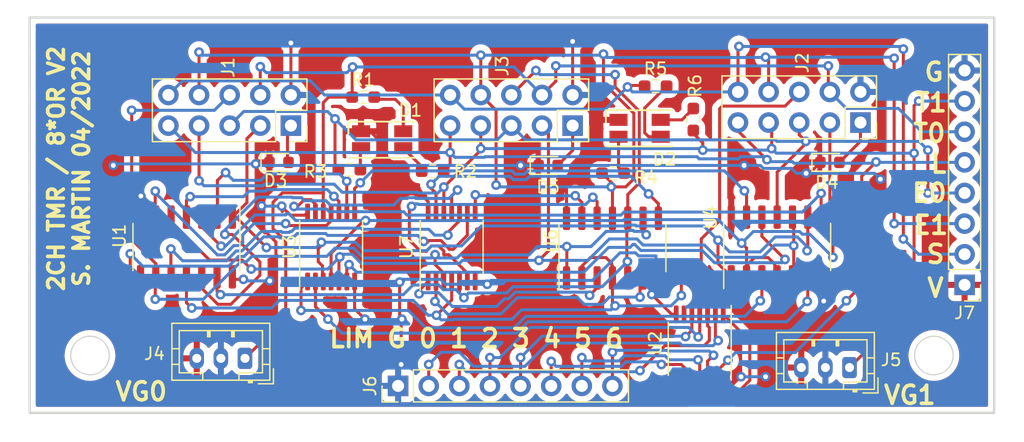
<source format=kicad_pcb>
(kicad_pcb (version 20211014) (generator pcbnew)
  (layers (0 "F.Cu" signal) (31 "B.Cu" signal) (34 "B.Paste" user) (35 "F.Paste" user) (36 "B.SilkS" user "B.Silkscreen") (37 "F.SilkS" user "F.Silkscreen") (38 "B.Mask" user) (39 "F.Mask" user) (44 "Edge.Cuts" user))
  (net 0 "")
  (net 1 "Net-(D1-Pad2)")
  (net 2 "GND")
  (net 3 "Net-(D1-Pad3)")
  (net 4 "Net-(D1-Pad4)")
  (net 5 "Net-(D2-Pad2)")
  (net 6 "Net-(D2-Pad3)")
  (net 7 "Net-(D2-Pad4)")
  (net 8 "/TM0_0")
  (net 9 "/TM0_1")
  (net 10 "/~{TM0_1}")
  (net 11 "/TM0_2")
  (net 12 "/~{TM0_2}")
  (net 13 "/~{TM1_0}")
  (net 14 "/TM1_0")
  (net 15 "/~{TM1_1}")
  (net 16 "/TM1_1")
  (net 17 "/~{TM1_2}")
  (net 18 "Net-(U2-Pad1)")
  (net 19 "/LIM0")
  (net 20 "/LIM1")
  (net 21 "Net-(U3-Pad1)")
  (net 22 "Net-(U3-Pad6)")
  (net 23 "Net-(U3-Pad8)")
  (net 24 "/~{TM0_0}")
  (net 25 "/TM0_OUT")
  (net 26 "VCC")
  (net 27 "Net-(U3-Pad2)")
  (net 28 "Net-(U3-Pad13)")
  (net 29 "/TM0_ERR")
  (net 30 "/LIM_OUT")
  (net 31 "/LIM4")
  (net 32 "Net-(U6-Pad3)")
  (net 33 "/TM1_2")
  (net 34 "Net-(U6-Pad6)")
  (net 35 "Net-(U6-Pad8)")
  (net 36 "/TM1_ERR")
  (net 37 "Net-(U6-Pad12)")
  (net 38 "Net-(U6-Pad13)")
  (net 39 "/TM1_OUT")
  (net 40 "/VCC0")
  (net 41 "/VCC1")
  (net 42 "/VCC2")
  (net 43 "/SYNC")
  (net 44 "/LIM2")
  (net 45 "/LIM3")
  (net 46 "/LIM5")
  (net 47 "/LIM6")
  (footprint "Connector_PinSocket_2.54mm:PinSocket_2x05_P2.54mm_Vertical" (layer "F.Cu") (at 145.034 106.934 -90)
    (fp_text reference "J3")
    (fp_text value "Conn_02x05_Odd_Even")
  )
  (footprint "LED_SMD:LED_RGB_1210" (layer "F.Cu") (at 150.59 107.156)
    (fp_text reference "D2")
    (fp_text value "LED_RGBA")
  )
  (footprint "Package_SO:TSSOP-14_4.4x5mm_P0.65mm" (layer "F.Cu") (at 155.575 125.4506 -90)
    (fp_text reference "U2")
    (fp_text value "4072")
  )
  (footprint "Connector_PinHeader_2.54mm:PinHeader_1x08_P2.54mm_Vertical" (layer "F.Cu") (at 130.556 128.524 90)
    (fp_text reference "J6")
    (fp_text value "Conn_01x08")
  )
  (footprint "Connector_PinSocket_2.54mm:PinSocket_2x05_P2.54mm_Vertical" (layer "F.Cu") (at 168.91 106.68 -90)
    (fp_text reference "J2")
    (fp_text value "Conn_02x05_Odd_Even")
  )
  (footprint "Connector_PinHeader_2.54mm:PinHeader_1x08_P2.54mm_Vertical" (layer "F.Cu") (at 177.546 120.142 180)
    (fp_text reference "J7")
    (fp_text value "Conn_01x08")
  )
  (footprint "Resistor_SMD:R_0603_1608Metric_Pad0.98x0.95mm_HandSolder" (layer "F.Cu") (at 148.3868 110.8729)
    (fp_text reference "R4")
    (fp_text value "R")
  )
  (footprint "Diode_SMD:D_0603_1608Metric" (layer "F.Cu") (at 143.002 110.236)
    (fp_text reference "D5")
    (fp_text value "D_Schottky")
  )
  (footprint "Package_SO:TSSOP-14_4.4x5mm_P0.65mm" (layer "F.Cu") (at 125 117 90)
    (fp_text reference "U3")
    (fp_text value "74LS10")
  )
  (footprint "Resistor_SMD:R_0603_1608Metric_Pad0.98x0.95mm_HandSolder" (layer "F.Cu") (at 151.9155 103.6574)
    (fp_text reference "R5")
    (fp_text value "R")
  )
  (footprint "Package_SO:SOIC-14_3.9x8.7mm_P1.27mm" (layer "F.Cu") (at 148.336 117.094 90)
    (fp_text reference "U6")
    (fp_text value "74HC00")
  )
  (footprint "Diode_SMD:D_0603_1608Metric" (layer "F.Cu") (at 120.6755 109.982)
    (fp_text reference "D3")
    (fp_text value "D_Schottky")
  )
  (footprint "Diode_SMD:D_0603_1608Metric" (layer "F.Cu") (at 166.37 109.982)
    (fp_text reference "D4")
    (fp_text value "D_Schottky")
  )
  (footprint "Package_SO:TSSOP-14_4.4x5mm_P0.65mm" (layer "F.Cu") (at 135 117 90)
    (fp_text reference "U7")
    (fp_text value "74LS10")
  )
  (footprint "Package_SO:SOIC-14_3.9x8.7mm_P1.27mm" (layer "F.Cu") (at 162 117 90)
    (fp_text reference "U4")
    (fp_text value "74HC00")
  )
  (footprint "Resistor_SMD:R_0603_1608Metric_Pad0.98x0.95mm_HandSolder" (layer "F.Cu") (at 133.4243 110.7186 180)
    (fp_text reference "R2")
    (fp_text value "R")
  )
  (footprint "Connector_JST:JST_PH_B3B-PH-K_1x03_P2.00mm_Vertical" (layer "F.Cu") (at 117.856 126.238 180)
    (fp_text reference "J4")
    (fp_text value "Conn_01x03")
  )
  (footprint "Connector_PinSocket_2.54mm:PinSocket_2x05_P2.54mm_Vertical" (layer "F.Cu") (at 121.666 106.934 -90)
    (fp_text reference "J1")
    (fp_text value "Conn_02x05_Odd_Even")
  )
  (footprint "Resistor_SMD:R_0603_1608Metric_Pad0.98x0.95mm_HandSolder" (layer "F.Cu") (at 127.6604 104.5718)
    (fp_text reference "R1")
    (fp_text value "R")
  )
  (footprint "Connector_JST:JST_PH_B3B-PH-K_1x03_P2.00mm_Vertical" (layer "F.Cu") (at 168 127 180)
    (fp_text reference "J5")
    (fp_text value "Conn_01x03")
  )
  (footprint "Package_SO:SOIC-14_3.9x8.7mm_P1.27mm" (layer "F.Cu") (at 113 117 -90)
    (fp_text reference "U1")
    (fp_text value "74LS04")
  )
  (footprint "Resistor_SMD:R_0603_1608Metric_Pad0.98x0.95mm_HandSolder" (layer "F.Cu") (at 155.0416 106.4279 90)
    (fp_text reference "R6")
    (fp_text value "R")
  )
  (footprint "Resistor_SMD:R_0603_1608Metric_Pad0.98x0.95mm_HandSolder" (layer "F.Cu") (at 126.5155 110.5916)
    (fp_text reference "R3")
    (fp_text value "R")
  )
  (footprint "LED_SMD:LED_RGB_1210" (layer "F.Cu") (at 129.2352 108.1024)
    (fp_text reference "D1")
    (fp_text value "LED_RGBA")
  )
  (gr_rect (start 100 97.968) (end 180 130.762) (layer "Edge.Cuts") (width 0.2) (fill none))
  (gr_circle (center 175 126) (end 176.6 126) (layer "Edge.Cuts") (width 0.1) (fill none))
  (gr_circle (center 105 126) (end 106.6 126) (layer "Edge.Cuts") (width 0.1) (fill none))
  (gr_text "T1" (at 174.752 105.029) (layer "F.SilkS") (effects (font (size 1.5 1.5) (thickness 0.3))))
  (gr_text "LIM G 0 1 2 3 4 5 6" (at 137.033 124.587) (layer "F.SilkS") (effects (font (size 1.5 1.5) (thickness 0.3))))
  (gr_text "S" (at 175.133 117.602) (layer "F.SilkS") (effects (font (size 1.5 1.5) (thickness 0.3))))
  (gr_text "G" (at 175.006 102.489) (layer "F.SilkS") (effects (font (size 1.5 1.5) (thickness 0.3))))
  (gr_text "T0" (at 174.625 107.569) (layer "F.SilkS") (effects (font (size 1.5 1.5) (thickness 0.3))))
  (gr_text "VG0" (at 109.25 129) (layer "F.SilkS") (effects (font (size 1.5 1.5) (thickness 0.3))))
  (gr_text "2CH TMR / 8*OR V2\nS. MARTIN 04/2022" (at 103.25 110.5 90) (layer "F.SilkS") (effects (font (size 1.3 1.3) (thickness 0.3))))
  (gr_text "E1" (at 174.752 115.189) (layer "F.SilkS") (effects (font (size 1.5 1.5) (thickness 0.3))))
  (gr_text "E0" (at 174.625 112.522) (layer "F.SilkS") (effects (font (size 1.5 1.5) (thickness 0.3))))
  (gr_text "VG1" (at 173 129.286) (layer "F.SilkS") (effects (font (size 1.5 1.5) (thickness 0.3))))
  (gr_text "L" (at 175.387 110.109) (layer "F.SilkS") (effects (font (size 1.5 1.5) (thickness 0.3))))
  (gr_text "V" (at 175.133 120.396) (layer "F.SilkS") (effects (font (size 1.5 1.5) (thickness 0.3))))
  (segment (start 127.428 110.5916) (end 127.428 108.8596) (width 0.25) (layer "F.Cu") (net 1))
  (segment (start 127.428 108.8596) (end 127.4852 108.8024) (width 0.25) (layer "F.Cu") (net 1))
  (segment (start 130.81 123.04659) (end 130.86859 122.988) (width 0.25) (layer "F.Cu") (net 2))
  (segment (start 109.19 114.525) (end 109.22 114.495) (width 0.25) (layer "F.Cu") (net 2))
  (segment (start 130.81 126.746) (end 130.81 123.04659) (width 0.25) (layer "F.Cu") (net 2))
  (segment (start 152.146 119.569) (end 152.146 120.392869) (width 0.25) (layer "F.Cu") (net 2))
  (segment (start 153.625 122.5881) (end 153.244631 122.5881) (width 0.25) (layer "F.Cu") (net 2))
  (segment (start 137.7187 119.8625) (end 137.9474 120.0912) (width 0.25) (layer "F.Cu") (net 2))
  (segment (start 153.244631 122.5881) (end 151.5977 120.941169) (width 0.25) (layer "F.Cu") (net 2))
  (segment (start 165.81 119.475) (end 165.81 121.4362) (width 0.25) (layer "F.Cu") (net 2))
  (segment (start 121.666 104.394) (end 121.666 100.076) (width 0.25) (layer "F.Cu") (net 2))
  (segment (start 165.81 121.4362) (end 165.862 121.4882) (width 0.25) (layer "F.Cu") (net 2))
  (segment (start 152.146 120.392869) (end 151.5977 120.941169) (width 0.25) (layer "F.Cu") (net 2))
  (segment (start 130.683 119.9134) (end 130.683 122.80241) (width 0.25) (layer "F.Cu") (net 2))
  (segment (start 145.034 104.394) (end 145.034 99.949) (width 0.25) (layer "F.Cu") (net 2))
  (segment (start 126.95 122.129629) (end 127.808371 122.988) (width 0.25) (layer "F.Cu") (net 2))
  (segment (start 130.683 122.80241) (end 130.86859 122.988) (width 0.25) (layer "F.Cu") (net 2))
  (segment (start 109.22 114.495) (end 109.22 112.776) (width 0.25) (layer "F.Cu") (net 2))
  (segment (start 126.95 119.8625) (end 126.95 122.129629) (width 0.25) (layer "F.Cu") (net 2))
  (segment (start 136.95 119.8625) (end 137.7187 119.8625) (width 0.25) (layer "F.Cu") (net 2))
  (via (at 130.86859 122.988) (size 0.8) (drill 0.4) (layers "F.Cu" "B.Cu") (net 2))
  (via (at 137.9474 120.0912) (size 0.8) (drill 0.4) (layers "F.Cu" "B.Cu") (net 2))
  (via (at 130.81 126.746) (size 0.8) (drill 0.4) (layers "F.Cu" "B.Cu") (net 2))
  (via (at 127.808371 122.988) (size 0.8) (drill 0.4) (layers "F.Cu" "B.Cu") (net 2))
  (via (at 130.683 119.9134) (size 0.8) (drill 0.4) (layers "F.Cu" "B.Cu") (net 2))
  (via (at 109.22 112.776) (size 0.8) (drill 0.4) (layers "F.Cu" "B.Cu") (net 2))
  (via (at 165.862 121.4882) (size 0.8) (drill 0.4) (layers "F.Cu" "B.Cu") (net 2))
  (via (at 145.034 99.949) (size 0.8) (drill 0.4) (layers "F.Cu" "B.Cu") (net 2))
  (via (at 121.666 100.076) (size 0.8) (drill 0.4) (layers "F.Cu" "B.Cu") (net 2))
  (via (at 151.5977 120.941169) (size 0.8) (drill 0.4) (layers "F.Cu" "B.Cu") (net 2))
  (segment (start 134.0866 119.6848) (end 130.9116 119.6848) (width 0.25) (layer "B.Cu") (net 2))
  (segment (start 148.962387 117.485021) (end 150.249614 117.485021) (width 0.25) (layer "B.Cu") (net 2))
  (segment (start 151.946271 117.745922) (end 151.946271 120.592598) (width 0.25) (layer "B.Cu") (net 2))
  (segment (start 150.249614 117.485021) (end 150.503615 117.739022) (width 0.25) (layer "B.Cu") (net 2))
  (segment (start 137.9474 120.0912) (end 138.267579 119.771021) (width 0.25) (layer "B.Cu") (net 2))
  (segment (start 146.676387 119.771021) (end 148.962387 117.485021) (width 0.25) (layer "B.Cu") (net 2))
  (segment (start 137.9474 120.0912) (end 134.493 120.0912) (width 0.25) (layer "B.Cu") (net 2))
  (segment (start 138.267579 119.771021) (end 146.676387 119.771021) (width 0.25) (layer "B.Cu") (net 2))
  (segment (start 151.939371 117.739022) (end 151.946271 117.745922) (width 0.25) (layer "B.Cu") (net 2))
  (segment (start 151.946271 120.592598) (end 151.5977 120.941169) (width 0.25) (layer "B.Cu") (net 2))
  (segment (start 130.9116 119.6848) (end 130.683 119.9134) (width 0.25) (layer "B.Cu") (net 2))
  (segment (start 134.493 120.0912) (end 134.0866 119.6848) (width 0.25) (layer "B.Cu") (net 2))
  (segment (start 150.503615 117.739022) (end 151.939371 117.739022) (width 0.25) (layer "B.Cu") (net 2))
  (segment (start 132.5118 110.329) (end 130.9852 108.8024) (width 0.25) (layer "F.Cu") (net 3))
  (segment (start 132.5118 110.7186) (end 132.5118 110.329) (width 0.25) (layer "F.Cu") (net 3))
  (segment (start 130.3274 104.7496) (end 128.7507 104.7496) (width 0.25) (layer "F.Cu") (net 4))
  (segment (start 130.9852 105.4074) (end 130.9852 107.4024) (width 0.25) (layer "F.Cu") (net 4))
  (segment (start 130.3274 104.7496) (end 130.9852 105.4074) (width 0.25) (layer "F.Cu") (net 4))
  (segment (start 128.7507 104.7496) (end 128.5729 104.5718) (width 0.25) (layer "F.Cu") (net 4))
  (segment (start 148.84 107.856) (end 148.84 110.4136) (width 0.25) (layer "F.Cu") (net 5))
  (segment (start 148.84 110.4136) (end 149.2993 110.8729) (width 0.25) (layer "F.Cu") (net 5))
  (segment (start 151.013022 107.529022) (end 151.34 107.856) (width 0.25) (layer "F.Cu") (net 6))
  (segment (start 151.34 107.856) (end 152.34 107.856) (width 0.25) (layer "F.Cu") (net 6))
  (segment (start 152.828 103.6574) (end 151.013022 105.472378) (width 0.25) (layer "F.Cu") (net 6))
  (segment (start 151.013022 105.472378) (end 151.013022 107.529022) (width 0.25) (layer "F.Cu") (net 6))
  (segment (start 154.101 106.456) (end 152.34 106.456) (width 0.25) (layer "F.Cu") (net 7))
  (segment (start 155.0416 105.5154) (end 154.101 106.456) (width 0.25) (layer "F.Cu") (net 7))
  (segment (start 124.35 119.8625) (end 124.2822 119.7947) (width 0.25) (layer "F.Cu") (net 8))
  (segment (start 124.2822 119.7947) (end 124.2822 118.567904) (width 0.25) (layer "F.Cu") (net 8))
  (segment (start 157.091495 118.376495) (end 157.091495 116.442896) (width 0.25) (layer "F.Cu") (net 8))
  (segment (start 124.2822 118.567904) (end 123.93429 118.219994) (width 0.25) (layer "F.Cu") (net 8))
  (segment (start 164.54 114.525) (end 164.54 117.250586) (width 0.25) (layer "F.Cu") (net 8))
  (segment (start 158.19 119.475) (end 157.091495 118.376495) (width 0.25) (layer "F.Cu") (net 8))
  (segment (start 124.197606 116.61464) (end 124.1927 116.609734) (width 0.25) (layer "F.Cu") (net 8))
  (segment (start 119.634 117.0432) (end 117.1158 114.525) (width 0.25) (layer "F.Cu") (net 8))
  (segment (start 124.197606 116.87309) (end 124.197606 116.61464) (width 0.25) (layer "F.Cu") (net 8))
  (segment (start 117.1158 114.525) (end 116.81 114.525) (width 0.25) (layer "F.Cu") (net 8))
  (segment (start 123.93429 117.136406) (end 124.197606 116.87309) (width 0.25) (layer "F.Cu") (net 8))
  (segment (start 164.54 117.250586) (end 164.480086 117.3105) (width 0.25) (layer "F.Cu") (net 8))
  (segment (start 119.38 106.648) (end 118.020499 108.007501) (width 0.25) (layer "F.Cu") (net 8))
  (segment (start 123.93429 118.219994) (end 123.93429 117.136406) (width 0.25) (layer "F.Cu") (net 8))
  (segment (start 118.020499 108.007501) (end 118.020499 113.314501) (width 0.25) (layer "F.Cu") (net 8))
  (segment (start 118.020499 113.314501) (end 116.81 114.525) (width 0.25) (layer "F.Cu") (net 8))
  (via (at 157.091495 116.442896) (size 0.8) (drill 0.4) (layers "F.Cu" "B.Cu") (net 8))
  (via (at 124.1927 116.609734) (size 0.8) (drill 0.4) (layers "F.Cu" "B.Cu") (net 8))
  (via (at 164.480086 117.3105) (size 0.8) (drill 0.4) (layers "F.Cu" "B.Cu") (net 8))
  (via (at 119.634 117.0432) (size 0.8) (drill 0.4) (layers "F.Cu" "B.Cu") (net 8))
  (segment (start 135.813593 116.914999) (end 137.471081 115.257511) (width 0.25) (layer "B.Cu") (net 8))
  (segment (start 149.487612 115.17898) (end 150.232387 115.178979) (width 0.25) (layer "B.Cu") (net 8))
  (segment (start 150.232387 115.178979) (end 150.310919 115.257511) (width 0.25) (layer "B.Cu") (net 8))
  (segment (start 161.83683 116.165466) (end 160.595807 117.406489) (width 0.25) (layer "B.Cu") (net 8))
  (segment (start 123.759234 117.0432) (end 119.634 117.0432) (width 0.25) (layer "B.Cu") (net 8))
  (segment (start 127.720298 117.30489) (end 132.932561 117.30489) (width 0.25) (layer "B.Cu") (net 8))
  (segment (start 124.1927 116.609734) (end 123.759234 117.0432) (width 0.25) (layer "B.Cu") (net 8))
  (segment (start 158.055088 117.406489) (end 157.091495 116.442896) (width 0.25) (layer "B.Cu") (net 8))
  (segment (start 160.595807 117.406489) (end 158.055088 117.406489) (width 0.25) (layer "B.Cu") (net 8))
  (segment (start 164.480086 117.3105) (end 164.480086 116.973486) (width 0.25) (layer "B.Cu") (net 8))
  (segment (start 164.480086 116.973486) (end 163.672066 116.165466) (width 0.25) (layer "B.Cu") (net 8))
  (segment (start 133.322452 116.914999) (end 135.813593 116.914999) (width 0.25) (layer "B.Cu") (net 8))
  (segment (start 163.672066 116.165466) (end 161.83683 116.165466) (width 0.25) (layer "B.Cu") (net 8))
  (segment (start 137.471081 115.257511) (end 149.409081 115.257511) (width 0.25) (layer "B.Cu") (net 8))
  (segment (start 155.90611 115.257511) (end 157.091495 116.442896) (width 0.25) (layer "B.Cu") (net 8))
  (segment (start 124.1927 116.609734) (end 127.025142 116.609734) (width 0.25) (layer "B.Cu") (net 8))
  (segment (start 132.932561 117.30489) (end 133.322452 116.914999) (width 0.25) (layer "B.Cu") (net 8))
  (segment (start 149.409081 115.257511) (end 149.487612 115.17898) (width 0.25) (layer "B.Cu") (net 8))
  (segment (start 150.310919 115.257511) (end 155.90611 115.257511) (width 0.25) (layer "B.Cu") (net 8))
  (segment (start 127.025142 116.609734) (end 127.720298 117.30489) (width 0.25) (layer "B.Cu") (net 8))
  (segment (start 127.713644 114.808) (end 127.8636 114.808) (width 0.25) (layer "F.Cu") (net 9))
  (segment (start 166.37 106.68) (end 166.37 113.438928) (width 0.25) (layer "F.Cu") (net 9))
  (segment (start 161.798 118.429011) (end 161.250389 117.8814) (width 0.25) (layer "F.Cu") (net 9))
  (segment (start 166.37 113.438928) (end 166.624 113.692928) (width 0.25) (layer "F.Cu") (net 9))
  (segment (start 124.997423 117.524221) (end 127.713644 114.808) (width 0.25) (layer "F.Cu") (net 9))
  (segment (start 124.997423 119.859923) (end 124.997423 117.524221) (width 0.25) (layer "F.Cu") (net 9))
  (segment (start 162 119.475) (end 162 119.098928) (width 0.25) (layer "F.Cu") (net 9))
  (segment (start 159.46 119.475) (end 159.46 117.083777) (width 0.25) (layer "F.Cu") (net 9))
  (segment (start 160.1216 117.8814) (end 159.46 118.543) (width 0.25) (layer "F.Cu") (net 9))
  (segment (start 162 119.098928) (end 161.798 118.896928) (width 0.25) (layer "F.Cu") (net 9))
  (segment (start 161.798 118.896928) (end 161.798 118.429011) (width 0.25) (layer "F.Cu") (net 9))
  (segment (start 159.46 118.543) (end 159.46 119.475) (width 0.25) (layer "F.Cu") (net 9))
  (segment (start 161.250389 117.8814) (end 160.1216 117.8814) (width 0.25) (layer "F.Cu") (net 9))
  (segment (start 166.624 113.692928) (end 166.624 117.856) (width 0.25) (layer "F.Cu") (net 9))
  (segment (start 114.27 115.330759) (end 115.869343 116.930102) (width 0.25) (layer "F.Cu") (net 9))
  (segment (start 159.46 117.083777) (end 159.058212 116.681989) (width 0.25) (layer "F.Cu") (net 9))
  (segment (start 125 119.8625) (end 124.997423 119.859923) (width 0.25) (layer "F.Cu") (net 9))
  (segment (start 114.27 114.525) (end 114.27 115.330759) (width 0.25) (layer "F.Cu") (net 9))
  (via (at 115.869343 116.930102) (size 0.8) (drill 0.4) (layers "F.Cu" "B.Cu") (net 9))
  (via (at 127.8636 114.808) (size 0.8) (drill 0.4) (layers "F.Cu" "B.Cu") (net 9))
  (via (at 166.624 117.856) (size 0.8) (drill 0.4) (layers "F.Cu" "B.Cu") (net 9))
  (via (at 159.058212 116.681989) (size 0.8) (drill 0.4) (layers "F.Cu" "B.Cu") (net 9))
  (segment (start 121.204099 114.338701) (end 118.680899 114.338701) (width 0.25) (layer "B.Cu") (net 9))
  (segment (start 117.0178 116.1542) (end 116.241898 116.930102) (width 0.25) (layer "B.Cu") (net 9))
  (segment (start 149.301419 114.729469) (end 157.105692 114.729469) (width 0.25) (layer "B.Cu") (net 9))
  (segment (start 166.624 117.856) (end 164.70898 115.94098) (width 0.25) (layer "B.Cu") (net 9))
  (segment (start 160.024246 115.715955) (end 159.058212 116.681989) (width 0.25) (layer "B.Cu") (net 9))
  (segment (start 118.680899 114.338701) (end 117.0178 116.0018) (width 0.25) (layer "B.Cu") (net 9))
  (segment (start 116.241898 116.930102) (end 115.869343 116.930102) (width 0.25) (layer "B.Cu") (net 9))
  (segment (start 121.529248 114.261711) (end 121.306489 114.261711) (width 0.25) (layer "B.Cu") (net 9))
  (segment (start 127.8636 114.808) (end 149.222888 114.808) (width 0.25) (layer "B.Cu") (net 9))
  (segment (start 127.8636 114.808) (end 122.075537 114.808) (width 0.25) (layer "B.Cu") (net 9))
  (segment (start 121.254899 114.313301) (end 121.229499 114.313301) (width 0.25) (layer "B.Cu") (net 9))
  (segment (start 164.083284 115.94098) (end 163.858259 115.715955) (width 0.25) (layer "B.Cu") (net 9))
  (segment (start 163.858259 115.715955) (end 160.024246 115.715955) (width 0.25) (layer "B.Cu") (net 9))
  (segment (start 164.70898 115.94098) (end 164.083284 115.94098) (width 0.25) (layer "B.Cu") (net 9))
  (segment (start 157.105692 114.729469) (end 159.058212 116.681989) (width 0.25) (layer "B.Cu") (net 9))
  (segment (start 122.075537 114.808) (end 121.529248 114.261711) (width 0.25) (layer "B.Cu") (net 9))
  (segment (start 121.306489 114.261711) (end 121.254899 114.313301) (width 0.25) (layer "B.Cu") (net 9))
  (segment (start 121.229499 114.313301) (end 121.204099 114.338701) (width 0.25) (layer "B.Cu") (net 9))
  (segment (start 117.0178 116.0018) (end 117.0178 116.1542) (width 0.25) (layer "B.Cu") (net 9))
  (segment (start 149.222888 114.808) (end 149.301419 114.729469) (width 0.25) (layer "B.Cu") (net 9))
  (segment (start 113 113.1362) (end 113.3094 112.8268) (width 0.25) (layer "F.Cu") (net 10))
  (segment (start 125.65 113.215865) (end 125.234011 112.799876) (width 0.25) (layer "F.Cu") (net 10))
  (segment (start 125.65 114.1375) (end 125.65 113.215865) (width 0.25) (layer "F.Cu") (net 10))
  (segment (start 113 114.525) (end 113 113.1362) (width 0.25) (layer "F.Cu") (net 10))
  (via (at 125.234011 112.799876) (size 0.8) (drill 0.4) (layers "F.Cu" "B.Cu") (net 10))
  (via (at 113.3094 112.8268) (size 0.8) (drill 0.4) (layers "F.Cu" "B.Cu") (net 10))
  (segment (start 119.671485 112.240523) (end 124.674658 112.240523) (width 0.25) (layer "B.Cu") (net 10))
  (segment (start 113.3094 112.8268) (end 117.740239 112.8268) (width 0.25) (layer "B.Cu") (net 10))
  (segment (start 117.740239 112.8268) (end 118.199516 112.367523) (width 0.25) (layer "B.Cu") (net 10))
  (segment (start 119.544487 112.367521) (end 119.671485 112.240523) (width 0.25) (layer "B.Cu") (net 10))
  (segment (start 124.674658 112.240523) (end 125.234011 112.799876) (width 0.25) (layer "B.Cu") (net 10))
  (segment (start 118.199516 112.367523) (end 119.544487 112.367521) (width 0.25) (layer "B.Cu") (net 10))
  (segment (start 125.65 117.896244) (end 125.721924 117.82432) (width 0.25) (layer "F.Cu") (net 11))
  (segment (start 143.02748 117.32252) (end 142.24 118.11) (width 0.25) (layer "F.Cu") (net 11))
  (segment (start 143.02748 107.46748) (end 143.02748 117.32252) (width 0.25) (layer "F.Cu") (net 11))
  (segment (start 111.73 114.901072) (end 114.913528 118.0846) (width 0.25) (layer "F.Cu") (net 11))
  (segment (start 163.27 119.475) (end 163.371967 119.373033) (width 0.25) (layer "F.Cu") (net 11))
  (segment (start 111.73 114.525) (end 111.73 114.901072) (width 0.25) (layer "F.Cu") (net 11))
  (segment (start 114.913528 118.0846) (end 117.624303 118.0846) (width 0.25) (layer "F.Cu") (net 11))
  (segment (start 142.494 106.934) (end 143.02748 107.46748) (width 0.25) (layer "F.Cu") (net 11))
  (segment (start 163.371967 114.626967) (end 163.27 114.525) (width 0.25) (layer "F.Cu") (net 11))
  (segment (start 125.65 119.8625) (end 125.65 117.896244) (width 0.25) (layer "F.Cu") (net 11))
  (segment (start 163.371967 119.373033) (end 163.371967 114.626967) (width 0.25) (layer "F.Cu") (net 11))
  (segment (start 117.624303 118.0846) (end 118.371551 118.831848) (width 0.25) (layer "F.Cu") (net 11))
  (via (at 118.371551 118.831848) (size 0.8) (drill 0.4) (layers "F.Cu" "B.Cu") (net 11))
  (via (at 163.371967 116.889967) (size 0.8) (drill 0.4) (layers "F.Cu" "B.Cu") (net 11))
  (via (at 125.721924 117.82432) (size 0.8) (drill 0.4) (layers "F.Cu" "B.Cu") (net 11))
  (via (at 142.24 118.11) (size 0.8) (drill 0.4) (layers "F.Cu" "B.Cu") (net 11))
  (segment (start 118.371551 118.831848) (end 124.714396 118.831848) (width 0.25) (layer "B.Cu") (net 11))
  (segment (start 135.89 118.11) (end 135.636 118.364) (width 0.25) (layer "B.Cu") (net 11))
  (segment (start 146.304 118.11) (end 148.082 116.332) (width 0.25) (layer "B.Cu") (net 11))
  (segment (start 142.24 118.11) (end 135.89 118.11) (width 0.25) (layer "B.Cu") (net 11))
  (segment (start 142.24 118.11) (end 146.304 118.11) (width 0.25) (layer "B.Cu") (net 11))
  (segment (start 160.782 117.856) (end 161.798 116.84) (width 0.25) (layer "B.Cu") (net 11))
  (segment (start 156.981304 117.856) (end 160.782 117.856) (width 0.25) (layer "B.Cu") (net 11))
  (segment (start 135.636 118.364) (end 127.508 118.364) (width 0.25) (layer "B.Cu") (net 11))
  (segment (start 126.746 117.602) (end 125.944244 117.602) (width 0.25) (layer "B.Cu") (net 11))
  (segment (start 125.944244 117.602) (end 125.721924 117.82432) (width 0.25) (layer "B.Cu") (net 11))
  (segment (start 124.714396 118.831848) (end 125.721924 117.82432) (width 0.25) (layer "B.Cu") (net 11))
  (segment (start 150.876 116.84) (end 155.965304 116.84) (width 0.25) (layer "B.Cu") (net 11))
  (segment (start 155.965304 116.84) (end 156.981304 117.856) (width 0.25) (layer "B.Cu") (net 11))
  (segment (start 150.368001 116.332001) (end 150.876 116.84) (width 0.25) (layer "B.Cu") (net 11))
  (segment (start 161.798 116.84) (end 163.322 116.84) (width 0.25) (layer "B.Cu") (net 11))
  (segment (start 127.508 118.364) (end 126.746 117.602) (width 0.25) (layer "B.Cu") (net 11))
  (segment (start 148.082 116.332) (end 150.368001 116.332001) (width 0.25) (layer "B.Cu") (net 11))
  (segment (start 163.322 116.84) (end 163.371967 116.889967) (width 0.25) (layer "B.Cu") (net 11))
  (segment (start 125 114.1375) (end 125 114.825361) (width 0.25) (layer "F.Cu") (net 12))
  (segment (start 124.603336 115.222025) (end 121.38724 115.222025) (width 0.25) (layer "F.Cu") (net 12))
  (segment (start 110.4138 114.4788) (end 110.46 114.525) (width 0.25) (layer "F.Cu") (net 12))
  (segment (start 125 114.825361) (end 124.603336 115.222025) (width 0.25) (layer "F.Cu") (net 12))
  (segment (start 110.4138 112.3696) (end 110.4138 114.4788) (width 0.25) (layer "F.Cu") (net 12))
  (segment (start 121.38724 115.222025) (end 121.228021 115.062806) (width 0.25) (layer "F.Cu") (net 12))
  (via (at 121.228021 115.062806) (size 0.8) (drill 0.4) (layers "F.Cu" "B.Cu") (net 12))
  (via (at 110.4138 112.3696) (size 0.8) (drill 0.4) (layers "F.Cu" "B.Cu") (net 12))
  (segment (start 118.592498 115.062806) (end 121.228021 115.062806) (width 0.25) (layer "B.Cu") (net 12))
  (segment (start 110.4138 112.499159) (end 115.569244 117.654603) (width 0.25) (layer "B.Cu") (net 12))
  (segment (start 117.670511 115.984793) (end 118.592498 115.062806) (width 0.25) (layer "B.Cu") (net 12))
  (segment (start 117.407193 116.883111) (end 117.670511 116.619793) (width 0.25) (layer "B.Cu") (net 12))
  (segment (start 115.569244 117.654603) (end 116.169442 117.654603) (width 0.25) (layer "B.Cu") (net 12))
  (segment (start 116.169442 117.654603) (end 116.593844 117.230201) (width 0.25) (layer "B.Cu") (net 12))
  (segment (start 110.4138 112.3696) (end 110.4138 112.499159) (width 0.25) (layer "B.Cu") (net 12))
  (segment (start 116.593844 117.226818) (end 116.59589 117.224772) (width 0.25) (layer "B.Cu") (net 12))
  (segment (start 116.932489 116.883111) (end 117.407193 116.883111) (width 0.25) (layer "B.Cu") (net 12))
  (segment (start 117.670511 116.619793) (end 117.670511 115.984793) (width 0.25) (layer "B.Cu") (net 12))
  (segment (start 116.593844 117.230201) (end 116.593844 117.226818) (width 0.25) (layer "B.Cu") (net 12))
  (segment (start 116.59589 117.21971) (end 116.932489 116.883111) (width 0.25) (layer "B.Cu") (net 12))
  (segment (start 116.59589 117.224772) (end 116.59589 117.21971) (width 0.25) (layer "B.Cu") (net 12))
  (segment (start 136.3 116.0236) (end 135.128 117.1956) (width 0.25) (layer "F.Cu") (net 13))
  (segment (start 134.108843 116.465488) (end 133.736456 116.465489) (width 0.25) (layer "F.Cu") (net 13))
  (segment (start 134.796562 117.153207) (end 134.108843 116.465488) (width 0.25) (layer "F.Cu") (net 13))
  (segment (start 135.128 117.1956) (end 134.796563 117.1956) (width 0.25) (layer "F.Cu") (net 13))
  (segment (start 134.796563 117.1956) (end 134.796562 117.153207) (width 0.25) (layer "F.Cu") (net 13))
  (segment (start 133.736456 116.465489) (end 133.136258 116.465489) (width 0.25) (layer "F.Cu") (net 13))
  (segment (start 133.009259 116.592488) (end 132.951856 116.535085) (width 0.25) (layer "F.Cu") (net 13))
  (segment (start 109.19 119.475) (end 108.339872 118.624872) (width 0.25) (layer "F.Cu") (net 13))
  (segment (start 133.136258 116.465489) (end 133.009259 116.592488) (width 0.25) (layer "F.Cu") (net 13))
  (segment (start 132.951856 116.535085) (end 132.677768 116.535085) (width 0.25) (layer "F.Cu") (net 13))
  (segment (start 108.339872 118.624872) (end 108.339872 117.5645) (width 0.25) (layer "F.Cu") (net 13))
  (segment (start 136.3 114.1375) (end 136.3 116.0236) (width 0.25) (layer "F.Cu") (net 13))
  (via (at 108.339872 117.5645) (size 0.8) (drill 0.4) (layers "F.Cu" "B.Cu") (net 13))
  (via (at 132.677768 116.535085) (size 0.8) (drill 0.4) (layers "F.Cu" "B.Cu") (net 13))
  (segment (start 122.188263 115.885233) (end 124.554583 115.885233) (width 0.25) (layer "B.Cu") (net 13))
  (segment (start 117.313349 117.782132) (end 117.779581 117.782131) (width 0.25) (layer "B.Cu") (net 13))
  (segment (start 124.554583 115.885233) (end 124.708649 116.039299) (width 0.25) (layer "B.Cu") (net 13))
  (segment (start 121.790908 116.160223) (end 121.913273 116.160223) (width 0.25) (layer "B.Cu") (net 13))
  (segment (start 121.114116 116.236817) (end 121.714314 116.236817) (width 0.25) (layer "B.Cu") (net 13))
  (segment (start 124.708649 116.039299) (end 132.181982 116.039299) (width 0.25) (layer "B.Cu") (net 13))
  (segment (start 132.181982 116.039299) (end 132.677768 116.535085) (width 0.25) (layer "B.Cu") (net 13))
  (segment (start 121.913273 116.160223) (end 122.188263 115.885233) (width 0.25) (layer "B.Cu") (net 13))
  (segment (start 119.401489 116.160223) (end 120.665134 116.160223) (width 0.25) (layer "B.Cu") (net 13))
  (segment (start 120.741729 116.236818) (end 121.114116 116.236817) (width 0.25) (layer "B.Cu") (net 13))
  (segment (start 121.714314 116.236817) (end 121.790908 116.160223) (width 0.25) (layer "B.Cu") (net 13))
  (segment (start 117.779581 117.782131) (end 119.401489 116.160223) (width 0.25) (layer "B.Cu") (net 13))
  (segment (start 120.665134 116.160223) (end 120.741729 116.236818) (width 0.25) (layer "B.Cu") (net 13))
  (segment (start 116.504959 118.590522) (end 117.313349 117.782132) (width 0.25) (layer "B.Cu") (net 13))
  (segment (start 108.339872 117.5645) (end 109.365894 118.590522) (width 0.25) (layer "B.Cu") (net 13))
  (segment (start 109.365894 118.590522) (end 116.504959 118.590522) (width 0.25) (layer "B.Cu") (net 13))
  (segment (start 110.4138 119.5212) (end 110.46 119.475) (width 0.25) (layer "F.Cu") (net 14))
  (segment (start 108.458 116.3828) (end 110.46 118.3848) (width 0.25) (layer "F.Cu") (net 14))
  (segment (start 134.22452 119.73702) (end 134.22452 119.049159) (width 0.25) (layer "F.Cu") (net 14))
  (segment (start 150.876 114.619) (end 150.876 115.720325) (width 0.25) (layer "F.Cu") (net 14))
  (segment (start 133.622551 118.44719) (end 133.622551 117.6395) (width 0.25) (layer "F.Cu") (net 14))
  (segment (start 110.46 118.3848) (end 110.46 119.475) (width 0.25) (layer "F.Cu") (net 14))
  (segment (start 150.876 115.720325) (end 151.137686 115.982011) (width 0.25) (layer "F.Cu") (net 14))
  (segment (start 144.5514 116.967) (end 144.5514 119.5436) (width 0.25) (layer "F.Cu") (net 14))
  (segment (start 110.4138 121.3358) (end 110.4138 119.5212) (width 0.25) (layer "F.Cu") (net 14))
  (segment (start 134.35 119.8625) (end 134.22452 119.73702) (width 0.25) (layer "F.Cu") (net 14))
  (segment (start 108.458 116.3828) (end 108.458 105.664) (width 0.25) (layer "F.Cu") (net 14))
  (segment (start 134.22452 119.049159) (end 133.622551 118.44719) (width 0.25) (layer "F.Cu") (net 14))
  (segment (start 144.5514 119.5436) (end 144.526 119.569) (width 0.25) (layer "F.Cu") (net 14))
  (via (at 110.4138 121.3358) (size 0.8) (drill 0.4) (layers "F.Cu" "B.Cu") (net 14))
  (via (at 133.622551 117.6395) (size 0.8) (drill 0.4) (layers "F.Cu" "B.Cu") (net 14))
  (via (at 108.458 105.664) (size 0.8) (drill 0.4) (layers "F.Cu" "B.Cu") (net 14))
  (via (at 144.5514 116.967) (size 0.8) (drill 0.4) (layers "F.Cu" "B.Cu") (net 14))
  (via (at 151.137686 115.982011) (size 0.8) (drill 0.4) (layers "F.Cu" "B.Cu") (net 14))
  (segment (start 133.347562 117.914489) (end 133.622551 117.6395) (width 0.25) (layer "B.Cu") (net 14))
  (segment (start 118.422537 117.774879) (end 124.639974 117.774879) (width 0.25) (layer "B.Cu") (net 14))
  (segment (start 135.703806 117.66049) (end 135.449807 117.914489) (width 0.25) (layer "B.Cu") (net 14))
  (segment (start 141.410911 117.660489) (end 135.703806 117.66049) (width 0.25) (layer "B.Cu") (net 14))
  (segment (start 126.879523 117.099819) (end 127.694193 117.914489) (width 0.25) (layer "B.Cu") (net 14))
  (segment (start 115.316 105.664) (end 116.586 104.394) (width 0.25) (layer "B.Cu") (net 14))
  (segment (start 114.395464 121.3358) (end 117.499621 118.231643) (width 0.25) (layer "B.Cu") (net 14))
  (segment (start 149.673806 115.62849) (end 150.046194 115.62849) (width 0.25) (layer "B.Cu") (net 14))
  (segment (start 125.315034 117.099819) (end 126.879523 117.099819) (width 0.25) (layer "B.Cu") (net 14))
  (segment (start 150.046194 115.62849) (end 150.124726 115.707022) (width 0.25) (layer "B.Cu") (net 14))
  (segment (start 144.5514 116.967) (end 142.1044 116.967) (width 0.25) (layer "B.Cu") (net 14))
  (segment (start 135.449807 117.914489) (end 133.89754 117.914489) (width 0.25) (layer "B.Cu") (net 14))
  (segment (start 117.499621 118.231643) (end 117.965775 118.231642) (width 0.25) (layer "B.Cu") (net 14))
  (segment (start 108.458 105.664) (end 115.316 105.664) (width 0.25) (layer "B.Cu") (net 14))
  (segment (start 149.595274 115.707022) (end 149.673806 115.62849) (width 0.25) (layer "B.Cu") (net 14))
  (segment (start 127.694193 117.914489) (end 133.347562 117.914489) (width 0.25) (layer "B.Cu") (net 14))
  (segment (start 117.965775 118.231642) (end 118.422537 117.774879) (width 0.25) (layer "B.Cu") (net 14))
  (segment (start 146.557296 116.967) (end 147.817274 115.707022) (width 0.25) (layer "B.Cu") (net 14))
  (segment (start 133.89754 117.914489) (end 133.622551 117.6395) (width 0.25) (layer "B.Cu") (net 14))
  (segment (start 150.862697 115.707022) (end 151.137686 115.982011) (width 0.25) (layer "B.Cu") (net 14))
  (segment (start 142.1044 116.967) (end 141.410911 117.660489) (width 0.25) (layer "B.Cu") (net 14))
  (segment (start 124.639974 117.774879) (end 125.315034 117.099819) (width 0.25) (layer "B.Cu") (net 14))
  (segment (start 150.124726 115.707022) (end 150.862697 115.707022) (width 0.25) (layer "B.Cu") (net 14))
  (segment (start 144.5514 116.967) (end 146.557296 116.967) (width 0.25) (layer "B.Cu") (net 14))
  (segment (start 110.4138 121.3358) (end 114.395464 121.3358) (width 0.25) (layer "B.Cu") (net 14))
  (segment (start 147.817274 115.707022) (end 149.595274 115.707022) (width 0.25) (layer "B.Cu") (net 14))
  (segment (start 135.65 114.1375) (end 135.65 114.825361) (width 0.25) (layer "F.Cu") (net 15))
  (segment (start 111.7092 119.4542) (end 111.73 119.475) (width 0.25) (layer "F.Cu") (net 15))
  (segment (start 134.811101 115.793899) (end 134.68862 115.91638) (width 0.25) (layer "F.Cu") (net 15))
  (segment (start 134.68862 115.91638) (end 134.68862 116.020666) (width 0.25) (layer "F.Cu") (net 15))
  (segment (start 111.7092 117.1702) (end 111.7092 119.4542) (width 0.25) (layer "F.Cu") (net 15))
  (segment (start 134.811101 115.66426) (end 134.811101 115.793899) (width 0.25) (layer "F.Cu") (net 15))
  (segment (start 135.65 114.825361) (end 134.811101 115.66426) (width 0.25) (layer "F.Cu") (net 15))
  (via (at 111.7092 117.1702) (size 0.8) (drill 0.4) (layers "F.Cu" "B.Cu") (net 15))
  (via (at 134.68862 116.020666) (size 0.8) (drill 0.4) (layers "F.Cu" "B.Cu") (net 15))
  (segment (start 121.52812 115.787307) (end 121.604714 115.710713) (width 0.25) (layer "B.Cu") (net 15))
  (segment (start 133.588866 116.020666) (end 134.68862 116.020666) (width 0.25) (layer "B.Cu") (net 15))
  (segment (start 122.00207 115.435722) (end 127.466722 115.435722) (width 0.25) (layer "B.Cu") (net 15))
  (segment (start 120.927922 115.787307) (end 121.52812 115.787307) (width 0.25) (layer "B.Cu") (net 15))
  (segment (start 116.318738 118.141011) (end 117.127128 117.332621) (width 0.25) (layer "B.Cu") (net 15))
  (segment (start 121.604714 115.710713) (end 121.727079 115.710713) (width 0.25) (layer "B.Cu") (net 15))
  (segment (start 119.215295 115.710713) (end 120.851328 115.710713) (width 0.25) (layer "B.Cu") (net 15))
  (segment (start 133.100701 115.532501) (end 133.588866 116.020666) (width 0.25) (layer "B.Cu") (net 15))
  (segment (start 111.7092 117.1702) (end 112.680011 118.141011) (width 0.25) (layer "B.Cu") (net 15))
  (segment (start 117.593387 117.332621) (end 119.215295 115.710713) (width 0.25) (layer "B.Cu") (net 15))
  (segment (start 117.127128 117.332621) (end 117.593387 117.332621) (width 0.25) (layer "B.Cu") (net 15))
  (segment (start 112.680011 118.141011) (end 116.318738 118.141011) (width 0.25) (layer "B.Cu") (net 15))
  (segment (start 127.563501 115.532501) (end 133.100701 115.532501) (width 0.25) (layer "B.Cu") (net 15))
  (segment (start 120.851328 115.710713) (end 120.927922 115.787307) (width 0.25) (layer "B.Cu") (net 15))
  (segment (start 127.466722 115.435722) (end 127.563501 115.532501) (width 0.25) (layer "B.Cu") (net 15))
  (segment (start 121.727079 115.710713) (end 122.00207 115.435722) (width 0.25) (layer "B.Cu") (net 15))
  (segment (start 162.655489 105.314511) (end 157.448489 105.314511) (width 0.25) (layer "F.Cu") (net 16))
  (segment (start 157.448489 105.314511) (end 157.226 105.537) (width 0.25) (layer "F.Cu") (net 16))
  (segment (start 148.336 119.569) (end 148.336 121.663476) (width 0.25) (layer "F.Cu") (net 16))
  (segment (start 154.051 119.888) (end 154.051 121.031) (width 0.25) (layer "F.Cu") (net 16))
  (segment (start 148.336 121.663476) (end 148.555024 121.8825) (width 0.25) (layer "F.Cu") (net 16))
  (segment (start 145.796 119.569) (end 145.796 118.5926) (width 0.25) (layer "F.Cu") (net 16))
  (segment (start 147.8026 117.8814) (end 148.269245 118.348045) (width 0.25) (layer "F.Cu") (net 16))
  (segment (start 135 121.400826) (end 133.738615 122.662211) (width 0.25) (layer "F.Cu") (net 16))
  (segment (start 113 121.6239) (end 113.4364 122.0603) (width 0.25) (layer "F.Cu") (net 16))
  (segment (start 148.336 118.559542) (end 148.336 119.569) (width 0.25) (layer "F.Cu") (net 16))
  (segment (start 146.5072 117.8814) (end 147.8026 117.8814) (width 0.25) (layer "F.Cu") (net 16))
  (segment (start 135 119.8625) (end 135 121.400826) (width 0.25) (layer "F.Cu") (net 16))
  (segment (start 163.83 104.14) (end 162.655489 105.314511) (width 0.25) (layer "F.Cu") (net 16))
  (segment (start 145.796 118.5926) (end 146.5072 117.8814) (width 0.25) (layer "F.Cu") (net 16))
  (segment (start 148.269245 118.492787) (end 148.336 118.559542) (width 0.25) (layer "F.Cu") (net 16))
  (segment (start 157.226 114.808) (end 155.702 116.332) (width 0.25) (layer "F.Cu") (net 16))
  (segment (start 157.226 105.537) (end 157.226 114.808) (width 0.25) (layer "F.Cu") (net 16))
  (segment (start 148.269245 118.348045) (end 148.269245 118.492787) (width 0.25) (layer "F.Cu") (net 16))
  (segment (start 113 119.475) (end 113 121.6239) (width 0.25) (layer "F.Cu") (net 16))
  (segment (start 155.702 118.237) (end 154.051 119.888) (width 0.25) (layer "F.Cu") (net 16))
  (segment (start 155.702 116.332) (end 155.702 118.237) (width 0.25) (layer "F.Cu") (net 16))
  (via (at 148.555024 121.8825) (size 0.8) (drill 0.4) (layers "F.Cu" "B.Cu") (net 16))
  (via (at 113.4364 122.0603) (size 0.8) (drill 0.4) (layers "F.Cu" "B.Cu") (net 16))
  (via (at 133.738615 122.662211) (size 0.8) (drill 0.4) (layers "F.Cu" "B.Cu") (net 16))
  (via (at 154.051 121.031) (size 0.8) (drill 0.4) (layers "F.Cu" "B.Cu") (net 16))
  (segment (start 134.120565 123.044161) (end 135.146135 123.044161) (width 0.25) (layer "B.Cu") (net 16))
  (segment (start 153.1995 121.8825) (end 148.555024 121.8825) (width 0.25) (layer "B.Cu") (net 16))
  (segment (start 120.078604 122.0603) (end 113.4364 122.0603) (width 0.25) (layer "B.Cu") (net 16))
  (segment (start 154.051 121.031) (end 153.1995 121.8825) (width 0.25) (layer "B.Cu") (net 16))
  (segment (start 140.79878 122.208916) (end 148.228608 122.208916) (width 0.25) (layer "B.Cu") (net 16))
  (segment (start 133.738615 122.662211) (end 133.044315 122.662211) (width 0.25) (layer "B.Cu") (net 16))
  (segment (start 135.195806 122.99449) (end 140.013206 122.99449) (width 0.25) (layer "B.Cu") (net 16))
  (segment (start 148.228608 122.208916) (end 148.555024 121.8825) (width 0.25) (layer "B.Cu") (net 16))
  (segment (start 140.013206 122.99449) (end 140.79878 122.208916) (width 0.25) (layer "B.Cu") (net 16))
  (segment (start 131.811815 121.429711) (end 120.709193 121.429711) (width 0.25) (layer "B.Cu") (net 16))
  (segment (start 133.044315 122.662211) (end 131.811815 121.429711) (width 0.25) (layer "B.Cu") (net 16))
  (segment (start 120.709193 121.429711) (end 120.078604 122.0603) (width 0.25) (layer "B.Cu") (net 16))
  (segment (start 133.738615 122.662211) (end 134.120565 123.044161) (width 0.25) (layer "B.Cu") (net 16))
  (segment (start 135.146135 123.044161) (end 135.195806 122.99449) (width 0.25) (layer "B.Cu") (net 16))
  (segment (start 135 114.1375) (end 135 112.760198) (width 0.25) (layer "F.Cu") (net 17))
  (segment (start 114.27 119.475) (end 114.27 120.4254) (width 0.25) (layer "F.Cu") (net 17))
  (segment (start 119.096052 118.249252) (end 116.806976 115.960176) (width 0.25) (layer "F.Cu") (net 17))
  (segment (start 135 112.760198) (end 135.485932 112.274266) (width 0.25) (layer "F.Cu") (net 17))
  (segment (start 116.806976 115.960176) (end 116.187225 115.960176) (width 0.25) (layer "F.Cu") (net 17))
  (segment (start 115.600101 121.755501) (end 116.682899 121.755501) (width 0.25) (layer "F.Cu") (net 17))
  (segment (start 119.096052 119.342348) (end 119.096052 118.249252) (width 0.25) (layer "F.Cu") (net 17))
  (segment (start 116.682899 121.755501) (end 119.096052 119.342348) (width 0.25) (layer "F.Cu") (net 17))
  (segment (start 114.27 120.4254) (end 115.600101 121.755501) (width 0.25) (layer "F.Cu") (net 17))
  (via (at 116.187225 115.960176) (size 0.8) (drill 0.4) (layers "F.Cu" "B.Cu") (net 17))
  (via (at 135.485932 112.274266) (size 0.8) (drill 0.4) (layers "F.Cu" "B.Cu") (net 17))
  (segment (start 130.742193 112.971511) (end 130.189327 113.524377) (width 0.25) (layer "B.Cu") (net 17))
  (segment (start 116.187225 115.604575) (end 116.187225 115.960176) (width 0.25) (layer "B.Cu") (net 17))
  (segment (start 121.801612 112.91302) (end 121.752891 112.864299) (width 0.25) (layer "B.Cu") (net 17))
  (segment (start 132.035523 112.971511) (end 131.9735 112.909488) (width 0.25) (layer "B.Cu") (net 17))
  (segment (start 131.373302 112.909488) (end 131.311279 112.971511) (width 0.25) (layer "B.Cu") (net 17))
  (segment (start 131.311279 112.971511) (end 130.742193 112.971511) (width 0.25) (layer "B.Cu") (net 17))
  (segment (start 131.9735 112.909488) (end 131.373302 112.909488) (width 0.25) (layer "B.Cu") (net 17))
  (segment (start 121.752891 112.864299) (end 118.927501 112.864299) (width 0.25) (layer "B.Cu") (net 17))
  (segment (start 118.927501 112.864299) (end 116.187225 115.604575) (width 0.25) (layer "B.Cu") (net 17))
  (segment (start 135.485932 112.274266) (end 134.788687 112.971511) (width 0.25) (layer "B.Cu") (net 17))
  (segment (start 130.189327 113.524377) (end 124.933912 113.524377) (width 0.25) (layer "B.Cu") (net 17))
  (segment (start 122.796338 113.16702) (end 122.542339 112.913021) (width 0.25) (layer "B.Cu") (net 17))
  (segment (start 124.933912 113.524377) (end 124.576555 113.16702) (width 0.25) (layer "B.Cu") (net 17))
  (segment (start 122.542339 112.913021) (end 121.801612 112.91302) (width 0.25) (layer "B.Cu") (net 17))
  (segment (start 124.576555 113.16702) (end 122.796338 113.16702) (width 0.25) (layer "B.Cu") (net 17))
  (segment (start 134.788687 112.971511) (end 132.035523 112.971511) (width 0.25) (layer "B.Cu") (net 17))
  (segment (start 158.41548 129.37512) (end 154.649159 129.37512) (width 0.25) (layer "F.Cu") (net 18))
  (segment (start 154.275 129.000961) (end 154.275 128.3131) (width 0.25) (layer "F.Cu") (net 18))
  (segment (start 157.525 122.5881) (end 159.728501 124.791601) (width 0.25) (layer "F.Cu") (net 18))
  (segment (start 154.649159 129.37512) (end 154.275 129.000961) (width 0.25) (layer "F.Cu") (net 18))
  (segment (start 159.728501 124.791601) (end 159.728501 128.062099) (width 0.25) (layer "F.Cu") (net 18))
  (segment (start 159.728501 128.062099) (end 158.41548 129.37512) (width 0.25) (layer "F.Cu") (net 18))
  (segment (start 156.876012 122.589112) (end 156.876012 124.536629) (width 0.25) (layer "F.Cu") (net 19))
  (segment (start 156.876012 124.536629) (end 157.1035 124.764117) (width 0.25) (layer "F.Cu") (net 19))
  (segment (start 156.875 122.5881) (end 156.876012 122.589112) (width 0.25) (layer "F.Cu") (net 19))
  (segment (start 133.096 126.746) (end 133.096 128.524) (width 0.25) (layer "F.Cu") (net 19))
  (via (at 133.096 126.746) (size 0.8) (drill 0.4) (layers "F.Cu" "B.Cu") (net 19))
  (via (at 157.1035 124.764117) (size 0.8) (drill 0.4) (layers "F.Cu" "B.Cu") (net 19))
  (segment (start 136.805979 126.899979) (end 141.072837 126.899979) (width 0.25) (layer "B.Cu") (net 19))
  (segment (start 156.683116 125.184501) (end 157.1035 124.764117) (width 0.25) (layer "B.Cu") (net 19))
  (segment (start 155.121189 125.157789) (end 155.147901 125.184501) (width 0.25) (layer "B.Cu") (net 19))
  (segment (start 153.906802 124.968) (end 154.096591 125.157789) (width 0.25) (layer "B.Cu") (net 19))
  (segment (start 155.147901 125.184501) (end 156.683116 125.184501) (width 0.25) (layer "B.Cu") (net 19))
  (segment (start 133.096 126.746) (end 134.112 125.73) (width 0.25) (layer "B.Cu") (net 19))
  (segment (start 141.072837 126.899979) (end 143.004816 124.968) (width 0.25) (layer "B.Cu") (net 19))
  (segment (start 143.004816 124.968) (end 153.906802 124.968) (width 0.25) (layer "B.Cu") (net 19))
  (segment (start 135.636 125.73) (end 136.805979 126.899979) (width 0.25) (layer "B.Cu") (net 19))
  (segment (start 154.096591 125.157789) (end 155.121189 125.157789) (width 0.25) (layer "B.Cu") (net 19))
  (segment (start 134.112 125.73) (end 135.636 125.73) (width 0.25) (layer "B.Cu") (net 19))
  (segment (start 156.225 123.538017) (end 156.374001 123.687018) (width 0.25) (layer "F.Cu") (net 20))
  (segment (start 155.949599 125.184501) (end 152.691499 125.184501) (width 0.25) (layer "F.Cu") (net 20))
  (segment (start 135.636 128.524) (end 135.636 126.754598) (width 0.25) (layer "F.Cu") (net 20))
  (segment (start 152.691499 125.184501) (end 150.622 127.254) (width 0.25) (layer "F.Cu") (net 20))
  (segment (start 156.374001 124.760099) (end 155.949599 125.184501) (width 0.25) (layer "F.Cu") (net 20))
  (segment (start 135.636 126.754598) (end 135.631701 126.750299) (width 0.25) (layer "F.Cu") (net 20))
  (segment (start 156.374001 123.687018) (end 156.374001 124.760099) (width 0.25) (layer "F.Cu") (net 20))
  (segment (start 156.225 122.5881) (end 156.225 123.538017) (width 0.25) (layer "F.Cu") (net 20))
  (via (at 135.631701 126.750299) (size 0.8) (drill 0.4) (layers "F.Cu" "B.Cu") (net 20))
  (via (at 150.622 127.254) (size 0.8) (drill 0.4) (layers "F.Cu" "B.Cu") (net 20))
  (segment (start 135.631701 126.750299) (end 136.230891 127.349489) (width 0.25) (layer "B.Cu") (net 20))
  (segment (start 150.526511 127.349489) (end 150.622 127.254) (width 0.25) (layer "B.Cu") (net 20))
  (segment (start 136.230891 127.349489) (end 150.526511 127.349489) (width 0.25) (layer "B.Cu") (net 20))
  (segment (start 123.05 119.8625) (end 122.504167 120.408333) (width 0.25) (layer "F.Cu") (net 21))
  (segment (start 122.504167 120.408333) (end 122.504167 122.2635) (width 0.25) (layer "F.Cu") (net 21))
  (segment (start 160.73 121.337) (end 160.6042 121.4628) (width 0.25) (layer "F.Cu") (net 21))
  (segment (start 160.73 119.475) (end 160.73 121.337) (width 0.25) (layer "F.Cu") (net 21))
  (via (at 160.6042 121.4628) (size 0.8) (drill 0.4) (layers "F.Cu" "B.Cu") (net 21))
  (via (at 122.504167 122.2635) (size 0.8) (drill 0.4) (layers "F.Cu" "B.Cu") (net 21))
  (segment (start 140.208 123.698) (end 141.15549 122.75051) (width 0.25) (layer "B.Cu") (net 21))
  (segment (start 132.842 123.698) (end 140.208 123.698) (width 0.25) (layer "B.Cu") (net 21))
  (segment (start 131.4075 122.2635) (end 132.842 123.698) (width 0.25) (layer "B.Cu") (net 21))
  (segment (start 159.31649 122.75051) (end 160.6042 121.4628) (width 0.25) (layer "B.Cu") (net 21))
  (segment (start 122.504167 122.2635) (end 131.4075 122.2635) (width 0.25) (layer "B.Cu") (net 21))
  (segment (start 141.15549 122.75051) (end 159.31649 122.75051) (width 0.25) (layer "B.Cu") (net 21))
  (segment (start 160.73 116.113666) (end 162.647466 118.031132) (width 0.25) (layer "F.Cu") (net 22))
  (segment (start 160.73 114.525) (end 160.73 116.113666) (width 0.25) (layer "F.Cu") (net 22))
  (segment (start 126.3 119.8625) (end 126.3 118.6576) (width 0.25) (layer "F.Cu") (net 22))
  (segment (start 126.3 118.6576) (end 126.492 118.4656) (width 0.25) (layer "F.Cu") (net 22))
  (via (at 126.492 118.4656) (size 0.8) (drill 0.4) (layers "F.Cu" "B.Cu") (net 22))
  (via (at 162.647466 118.031132) (size 0.8) (drill 0.4) (layers "F.Cu" "B.Cu") (net 22))
  (segment (start 148.014193 117.035511) (end 149.792193 117.035511) (width 0.25) (layer "B.Cu") (net 22))
  (segment (start 150.181807 116.781511) (end 150.689807 117.289511) (width 0.25) (layer "B.Cu") (net 22))
  (segment (start 127.120511 119.094111) (end 145.955593 119.094111) (width 0.25) (layer "B.Cu") (net 22))
  (segment (start 145.955593 119.094111) (end 148.014193 117.035511) (width 0.25) (layer "B.Cu") (net 22))
  (segment (start 162.373088 118.30551) (end 162.647466 118.031132) (width 0.25) (layer "B.Cu") (net 22))
  (segment (start 155.779111 117.289511) (end 156.79511 118.30551) (width 0.25) (layer "B.Cu") (net 22))
  (segment (start 149.792193 117.035511) (end 150.046193 116.781511) (width 0.25) (layer "B.Cu") (net 22))
  (segment (start 126.492 118.4656) (end 127.120511 119.094111) (width 0.25) (layer "B.Cu") (net 22))
  (segment (start 156.79511 118.30551) (end 162.373088 118.30551) (width 0.25) (layer "B.Cu") (net 22))
  (segment (start 150.689807 117.289511) (end 155.779111 117.289511) (width 0.25) (layer "B.Cu") (net 22))
  (segment (start 150.046193 116.781511) (end 150.181807 116.781511) (width 0.25) (layer "B.Cu") (net 22))
  (segment (start 126.95 112.148355) (end 127.420406 111.677949) (width 0.25) (layer "F.Cu") (net 23))
  (segment (start 126.95 114.1375) (end 126.95 112.148355) (width 0.25) (layer "F.Cu") (net 23))
  (segment (start 159.46 114.525) (end 159.46 112.5208) (width 0.25) (layer "F.Cu") (net 23))
  (segment (start 159.46 112.5208) (end 159.2834 112.3442) (width 0.25) (layer "F.Cu") (net 23))
  (via (at 127.420406 111.677949) (size 0.8) (drill 0.4) (layers "F.Cu" "B.Cu") (net 23))
  (via (at 159.2834 112.3442) (size 0.8) (drill 0.4) (layers "F.Cu" "B.Cu") (net 23))
  (segment (start 141.016099 110.960501) (end 140.288901 110.960501) (width 0.25) (layer "B.Cu") (net 23))
  (segment (start 140.288901 110.960501) (end 140.015989 110.687589) (width 0.25) (layer "B.Cu") (net 23))
  (segment (start 157.626789 110.687589) (end 141.289011 110.687589) (width 0.25) (layer "B.Cu") (net 23))
  (segment (start 141.289011 110.687589) (end 141.016099 110.960501) (width 0.25) (layer "B.Cu") (net 23))
  (segment (start 159.2834 112.3442) (end 157.626789 110.687589) (width 0.25) (layer "B.Cu") (net 23))
  (segment (start 140.015989 110.687589) (end 128.410766 110.687589) (width 0.25) (layer "B.Cu") (net 23))
  (segment (start 128.410766 110.687589) (end 127.420406 111.677949) (width 0.25) (layer "B.Cu") (net 23))
  (segment (start 115.54 114.525) (end 115.57 114.495) (width 0.25) (layer "F.Cu") (net 24))
  (segment (start 126.3 114.1375) (end 126.3 111.547708) (width 0.25) (layer "F.Cu") (net 24))
  (segment (start 115.57 114.495) (end 115.57 111.4806) (width 0.25) (layer "F.Cu") (net 24))
  (segment (start 115.57 111.4806) (end 116.2171 110.8335) (width 0.25) (layer "F.Cu") (net 24))
  (segment (start 116.2171 110.8335) (end 116.249817 110.8335) (width 0.25) (layer "F.Cu") (net 24))
  (segment (start 126.3 111.547708) (end 126.295792 111.5435) (width 0.25) (layer "F.Cu") (net 24))
  (via (at 116.249817 110.8335) (size 0.8) (drill 0.4) (layers "F.Cu" "B.Cu") (net 24))
  (via (at 126.295792 111.5435) (size 0.8) (drill 0.4) (layers "F.Cu" "B.Cu") (net 24))
  (segment (start 126.295792 111.5435) (end 125.691802 110.93951) (width 0.25) (layer "B.Cu") (net 24))
  (segment (start 119.70109 110.93951) (end 119.172099 111.468501) (width 0.25) (layer "B.Cu") (net 24))
  (segment (start 119.172099 111.468501) (end 116.884818 111.468501) (width 0.25) (layer "B.Cu") (net 24))
  (segment (start 125.691802 110.93951) (end 119.70109 110.93951) (width 0.25) (layer "B.Cu") (net 24))
  (segment (start 116.884818 111.468501) (end 116.249817 110.8335) (width 0.25) (layer "B.Cu") (net 24))
  (segment (start 143.637 103.251) (end 143.637 101.981) (width 0.25) (layer "F.Cu") (net 25))
  (segment (start 142.494 104.394) (end 143.637 103.251) (width 0.25) (layer "F.Cu") (net 25))
  (segment (start 120.9546 112.5136) (end 120.179499 113.288701) (width 0.25) (layer "F.Cu") (net 25))
  (segment (start 117.856 126.238) (end 121.2342 122.8598) (width 0.25) (layer "F.Cu") (net 25))
  (segment (start 120.179499 113.288701) (end 120.179499 115.480499) (width 0.25) (layer "F.Cu") (net 25))
  (segment (start 126.7479 104.5718) (end 124.7988 104.5718) (width 0.25) (layer "F.Cu") (net 25))
  (segment (start 166.243 101.981) (end 166.243 104.013) (width 0.25) (layer "F.Cu") (net 25))
  (segment (start 124.35 105.0206) (end 124.35 112.5136) (width 0.25) (layer "F.Cu") (net 25))
  (segment (start 126.7479 104.5718) (end 126.7479 102.1061) (width 0.25) (layer "F.Cu") (net 25))
  (segment (start 124.7988 104.5718) (end 124.35 105.0206) (width 0.25) (layer "F.Cu") (net 25))
  (segment (start 119.126 104.394) (end 119.126 102.045478) (width 0.25) (layer "F.Cu") (net 25))
  (segment (start 166.243 104.013) (end 166.37 104.14) (width 0.25) (layer "F.Cu") (net 25))
  (segment (start 124.35 112.5136) (end 124.35 114.1375) (width 0.25) (layer "F.Cu") (net 25))
  (segment (start 121.2342 122.8598) (end 121.2342 122.154211) (width 0.25) (layer "F.Cu") (net 25))
  (segment (start 126.7479 102.1061) (end 126.783499 102.070501) (width 0.25) (layer "F.Cu") (net 25))
  (segment (start 121.2342 116.5352) (end 121.2342 122.154211) (width 0.25) (layer "F.Cu") (net 25))
  (segment (start 120.179499 115.480499) (end 121.2342 116.5352) (width 0.25) (layer "F.Cu") (net 25))
  (segment (start 124.35 112.5136) (end 120.9546 112.5136) (width 0.25) (layer "F.Cu") (net 25))
  (via (at 143.637 101.981) (size 0.8) (drill 0.4) (layers "F.Cu" "B.Cu") (net 25))
  (via (at 126.783499 102.070501) (size 0.8) (drill 0.4) (layers "F.Cu" "B.Cu") (net 25))
  (via (at 166.243 101.981) (size 0.8) (drill 0.4) (layers "F.Cu" "B.Cu") (net 25))
  (via (at 119.126 102.045478) (size 0.8) (drill 0.4) (layers "F.Cu" "B.Cu") (net 25))
  (segment (start 172.053489 105.505489) (end 173.99 107.442) (width 0.25) (layer "B.Cu") (net 25))
  (segment (start 143.637 101.981) (end 166.243 101.981) (width 0.25) (layer "B.Cu") (net 25))
  (segment (start 140.170501 102.070501) (end 142.494 104.394) (width 0.25) (layer "B.Cu") (net 25))
  (segment (start 119.126 102.045478) (end 119.621523 102.541001) (width 0.25) (layer "B.Cu") (net 25))
  (segment (start 166.37 104.14) (end 167.735489 105.505489) (width 0.25) (layer "B.Cu") (net 25))
  (segment (start 167.735489 105.505489) (end 172.053489 105.505489) (width 0.25) (layer "B.Cu") (net 25))
  (segment (start 126.312999 102.541001) (end 126.783499 102.070501) (width 0.25) (layer "B.Cu") (net 25))
  (segment (start 126.783499 102.070501) (end 140.170501 102.070501) (width 0.25) (layer "B.Cu") (net 25))
  (segment (start 173.99 107.442) (end 177.546 107.442) (width 0.25) (layer "B.Cu") (net 25))
  (segment (start 119.621523 102.541001) (end 126.312999 102.541001) (width 0.25) (layer "B.Cu") (net 25))
  (segment (start 164.674222 110.890278) (end 164.400054 110.890278) (width 0.25) (layer "F.Cu") (net 26))
  (segment (start 144.526 114.619) (end 144.526 111.480203) (width 0.25) (layer "F.Cu") (net 26))
  (segment (start 120.904 113.645792) (end 120.904 113.6142) (width 0.25) (layer "F.Cu") (net 26))
  (segment (start 119.2276 113.5888) (end 119.2276 115.3922) (width 0.25) (layer "F.Cu") (net 26))
  (segment (start 122.825479 114.362021) (end 121.620229 114.362021) (width 0.25) (layer "F.Cu") (net 26))
  (segment (start 146.909 106.456) (end 146.812 106.553) (width 0.25) (layer "F.Cu") (net 26))
  (segment (start 128.2304 107.4024) (end 127.4852 107.4024) (width 0.25) (layer "F.Cu") (net 26))
  (segment (start 120.2436 116.4082) (end 120.4214 116.586) (width 0.25) (layer "F.Cu") (net 26))
  (segment (start 120.4214 119.5324) (end 120.142 119.8118) (width 0.25) (layer "F.Cu") (net 26))
  (segment (start 117.729 119.6848) (end 117.0198 119.6848) (width 0.25) (layer "F.Cu") (net 26))
  (segment (start 158.19 111.304) (end 159.258 110.236) (width 0.25) (layer "F.Cu") (net 26))
  (segment (start 129.286 108.458) (end 128.2304 107.4024) (width 0.25) (layer "F.Cu") (net 26))
  (segment (start 158.19 114.525) (end 158.19 111.304) (width 0.25) (layer "F.Cu") (net 26))
  (segment (start 157.525 128.3131) (end 158.1989 128.3131) (width 0.25) (layer "F.Cu") (net 26))
  (segment (start 148.84 106.456) (end 146.909 106.456) (width 0.25) (layer "F.Cu") (net 26))
  (segment (start 129.794 111.252) (end 129.286 110.744) (width 0.25) (layer "F.Cu") (net 26))
  (segment (start 118.745 110.109) (end 119.761 110.109) (width 0.25) (layer "F.Cu") (net 26))
  (segment (start 146.812 109.194203) (end 146.812 106.553) (width 0.25) (layer "F.Cu") (net 26))
  (segment (start 133.05 114.1375) (end 133.05 113.238) (width 0.25) (layer "F.Cu") (net 26))
  (segment (start 129.286 110.744) (end 129.286 108.458) (width 0.25) (layer "F.Cu") (net 26))
  (segment (start 119.2276 115.3922) (end 120.2436 116.4082) (width 0.25) (layer "F.Cu") (net 26))
  (segment (start 123.05 114.1375) (end 122.825479 114.362021) (width 0.25) (layer "F.Cu") (net 26))
  (segment (start 165.5825 109.982) (end 164.674222 110.890278) (width 0.25) (layer "F.Cu") (net 26))
  (segment (start 133.05 113.238) (end 131.064 111.252) (width 0.25) (layer "F.Cu") (net 26))
  (segment (start 144.526 111.480203) (end 146.812 109.194203) (width 0.25) (layer "F.Cu") (net 26))
  (segment (start 158.75 127.762) (end 159.004 127.762) (width 0.25) (layer "F.Cu") (net 26))
  (segment (start 119.761 110.109) (end 119.888 109.982) (width 0.25) (layer "F.Cu") (net 26))
  (segment (start 120.4214 116.586) (end 120.4214 119.5324) (width 0.25) (layer "F.Cu") (net 26))
  (segment (start 121.620229 114.362021) (end 120.904 113.645792) (width 0.25) (layer "F.Cu") (net 26))
  (segment (start 158.1989 128.3131) (end 158.75 127.762) (width 0.25) (layer "F.Cu") (net 26))
  (segment (start 131.064 111.252) (end 129.794 111.252) (width 0.25) (layer "F.Cu") (net 26))
  (segment (start 117.0198 119.6848) (end 116.81 119.475) (width 0.25) (layer "F.Cu") (net 26))
  (segment (start 142.2145 110.236) (end 140.716 110.236) (width 0.25) (layer "F.Cu") (net 26))
  (segment (start 120.142 119.8118) (end 119.9134 119.8118) (width 0.25) (layer "F.Cu") (net 26))
  (via (at 106.934 110.236) (size 0.8) (drill 0.4) (layers "F.Cu" "B.Cu") (net 26))
  (via (at 119.2276 113.5888) (size 0.8) (drill 0.4) (layers "F.Cu" "B.Cu") (net 26))
  (via (at 120.904 113.6142) (size 0.8) (drill 0.4) (layers "F.Cu" "B.Cu") (net 26))
  (via (at 159.258 110.236) (size 0.8) (drill 0.4) (layers "F.Cu" "B.Cu") (net 26))
  (via (at 140.716 110.236) (size 0.8) (drill 0.4) (layers "F.Cu" "B.Cu") (net 26))
  (via (at 164.400054 110.890278) (size 0.8) (drill 0.4) (layers "F.Cu" "B.Cu") (net 26))
  (via (at 161.036 127.762) (size 0.8) (drill 0.4) (layers "F.Cu" "B.Cu") (net 26))
  (via (at 119.9134 119.8118) (size 0.8) (drill 0.4) (layers "F.Cu" "B.Cu") (net 26))
  (via (at 170.561 111.379) (size 0.8) (drill 0.4) (layers "F.Cu" "B.Cu") (net 26))
  (via (at 117.729 119.6848) (size 0.8) (drill 0.4) (layers "F.Cu" "B.Cu") (net 26))
  (via (at 118.745 110.109) (size 0.8) (drill 0.4) (layers "F.Cu" "B.Cu") (net 26))
  (via (at 159.004 127.762) (size 0.8) (drill 0.4) (layers "F.Cu" "B.Cu") (net 26))
  (segment (start 118.745 110.109) (end 107.061 110.109) (width 0.25) (layer "B.Cu") (net 26))
  (segment (start 107.061 110.109) (end 106.934 110.236) (width 0.25) (layer "B.Cu") (net 26))
  (segment (start 170.072278 110.890278) (end 170.561 111.379) (width 0.25) (layer "B.Cu") (net 26))
  (segment (start 159.004 127.762) (end 161.036 127.762) (width 0.25) (layer "B.Cu") (net 26))
  (segment (start 140.716 110.236) (end 118.872 110.236) (width 0.25) (layer "B.Cu") (net 26))
  (segment (start 163.59387 110.890278) (end 164.400054 110.890278) (width 0.25) (layer "B.Cu") (net 26))
  (segment (start 119.253 113.6142) (end 119.2276 113.5888) (width 0.25) (layer "B.Cu") (net 26))
  (segment (start 159.258 110.236) (end 160.604583 110.236) (width 0.25) (layer "B.Cu") (net 26))
  (segment (start 117.856 119.8118) (end 117.729 119.6848) (width 0.25) (layer "B.Cu") (net 26))
  (segment (start 140.716 110.236) (end 159.258 110.236) (width 0.25) (layer "B.Cu") (net 26))
  (segment (start 163.186225 110.482633) (end 163.59387 110.890278) (width 0.25) (layer "B.Cu") (net 26))
  (segment (start 118.872 110.236) (end 118.745 110.109) (width 0.25) (layer "B.Cu") (net 26))
  (segment (start 164.400054 110.890278) (end 170.072278 110.890278) (width 0.25) (layer "B.Cu") (net 26))
  (segment (start 119.9134 119.8118) (end 117.856 119.8118) (width 0.25) (layer "B.Cu") (net 26))
  (segment (start 120.904 113.6142) (end 119.253 113.6142) (width 0.25) (layer "B.Cu") (net 26))
  (segment (start 160.851216 110.482633) (end 163.186225 110.482633) (width 0.25) (layer "B.Cu") (net 26))
  (segment (start 160.604583 110.236) (end 160.851216 110.482633) (width 0.25) (layer "B.Cu") (net 26))
  (segment (start 164.54 121.464) (end 164.4904 121.5136) (width 0.25) (layer "F.Cu") (net 27))
  (segment (start 164.54 119.475) (end 164.54 121.464) (width 0.25) (layer "F.Cu") (net 27))
  (segment (start 123.7 119.8625) (end 123.7 121.949799) (width 0.25) (layer "F.Cu") (net 27))
  (segment (start 123.7 121.949799) (end 124.738201 122.988) (width 0.25) (layer "F.Cu") (net 27))
  (via (at 124.738201 122.988) (size 0.8) (drill 0.4) (layers "F.Cu" "B.Cu") (net 27))
  (via (at 164.4904 121.5136) (size 0.8) (drill 0.4) (layers "F.Cu" "B.Cu") (net 27))
  (segment (start 125.897711 124.14751) (end 124.738201 122.988) (width 0.25) (layer "B.Cu") (net 27))
  (segment (start 141.341683 123.200021) (end 140.394193 124.147511) (width 0.25) (layer "B.Cu") (net 27))
  (segment (start 162.803979 123.200021) (end 141.341683 123.200021) (width 0.25) (layer "B.Cu") (net 27))
  (segment (start 164.4904 121.5136) (end 162.803979 123.200021) (width 0.25) (layer "B.Cu") (net 27))
  (segment (start 140.394193 124.147511) (end 125.897711 124.14751) (width 0.25) (layer "B.Cu") (net 27))
  (segment (start 123.7 114.1375) (end 123.7 113.449639) (width 0.25) (layer "F.Cu") (net 28))
  (segment (start 122.212119 113.63752) (end 121.920328 113.63752) (width 0.25) (layer "F.Cu") (net 28))
  (segment (start 165.81 114.525) (end 165.6455 114.3605) (width 0.25) (layer "F.Cu") (net 28))
  (segment (start 122.774159 113.07548) (end 122.212119 113.63752) (width 0.25) (layer "F.Cu") (net 28))
  (segment (start 165.6455 114.3605) (end 165.6455 112.552694) (width 0.25) (layer "F.Cu") (net 28))
  (segment (start 123.7 113.449639) (end 123.325841 113.07548) (width 0.25) (layer "F.Cu") (net 28))
  (segment (start 123.325841 113.07548) (end 122.774159 113.07548) (width 0.25) (layer "F.Cu") (net 28))
  (via (at 121.920328 113.63752) (size 0.8) (drill 0.4) (layers "F.Cu" "B.Cu") (net 28))
  (via (at 165.6455 112.552694) (size 0.8) (drill 0.4) (layers "F.Cu" "B.Cu") (net 28))
  (segment (start 124.62432 113.850489) (end 124.846432 114.072601) (width 0.25) (layer "B.Cu") (net 28))
  (segment (start 149.290694 114.10449) (end 164.093704 114.10449) (width 0.25) (layer "B.Cu") (net 28))
  (segment (start 149.036695 114.358489) (end 149.290694 114.10449) (width 0.25) (layer "B.Cu") (net 28))
  (segment (start 122.133297 113.850489) (end 124.62432 113.850489) (width 0.25) (layer "B.Cu") (net 28))
  (segment (start 131.015306 114.072601) (end 131.301194 114.358489) (width 0.25) (layer "B.Cu") (net 28))
  (segment (start 131.301194 114.358489) (end 149.036695 114.358489) (width 0.25) (layer "B.Cu") (net 28))
  (segment (start 121.920328 113.63752) (end 122.133297 113.850489) (width 0.25) (layer "B.Cu") (net 28))
  (segment (start 124.846432 114.072601) (end 131.015306 114.072601) (width 0.25) (layer "B.Cu") (net 28))
  (segment (start 164.093704 114.10449) (end 165.6455 112.552694) (width 0.25) (layer "B.Cu") (net 28))
  (segment (start 174.498 108.970514) (end 174.502514 108.966) (width 0.25) (layer "F.Cu") (net 29))
  (segment (start 125.3236 106.3752) (end 125.3236 110.3122) (width 0.25) (layer "F.Cu") (net 29))
  (segment (start 164.373911 108.419001) (end 164.373911 108.2415) (width 0.25) (layer "F.Cu") (net 29))
  (segment (start 125.3236 110.3122) (end 125.603 110.5916) (width 0.25) (layer "F.Cu") (net 29))
  (segment (start 174.498 112.522) (end 174.498 108.970514) (width 0.25) (layer "F.Cu") (net 29))
  (segment (start 163.83 107.697589) (end 164.373911 108.2415) (width 0.25) (layer "F.Cu") (net 29))
  (segment (start 162 110.792912) (end 164.373911 108.419001) (width 0.25) (layer "F.Cu") (net 29))
  (segment (start 162 114.525) (end 162 110.792912) (width 0.25) (layer "F.Cu") (net 29))
  (segment (start 163.83 106.68) (end 163.83 107.697589) (width 0.25) (layer "F.Cu") (net 29))
  (via (at 174.498 112.522) (size 0.8) (drill 0.4) (layers "F.Cu" "B.Cu") (net 29))
  (via (at 174.502514 108.966) (size 0.8) (drill 0.4) (layers "F.Cu" "B.Cu") (net 29))
  (via (at 125.3236 106.3752) (size 0.8) (drill 0.4) (layers "F.Cu" "B.Cu") (net 29))
  (via (at 164.373911 108.2415) (size 0.8) (drill 0.4) (layers "F.Cu" "B.Cu") (net 29))
  (segment (start 125.3236 106.3752) (end 127.062899 108.114499) (width 0.25) (layer "B.Cu") (net 29))
  (segment (start 161.844099 108.114499) (end 161.9711 108.2415) (width 0.25) (layer "B.Cu") (net 29))
  (segment (start 116.586 106.934) (end 117.760511 105.759489) (width 0.25) (layer "B.Cu") (net 29))
  (segment (start 174.502514 108.966) (end 173.778014 108.2415) (width 0.25) (layer "B.Cu") (net 29))
  (segment (start 161.9711 108.2415) (end 164.373911 108.2415) (width 0.25) (layer "B.Cu") (net 29))
  (segment (start 174.498 112.522) (end 177.546 112.522) (width 0.25) (layer "B.Cu") (net 29))
  (segment (start 173.778014 108.2415) (end 164.373911 108.2415) (width 0.25) (layer "B.Cu") (net 29))
  (segment (start 139.954 106.934) (end 141.134499 108.114499) (width 0.25) (layer "B.Cu") (net 29))
  (segment (start 138.773501 108.114499) (end 139.954 106.934) (width 0.25) (layer "B.Cu") (net 29))
  (segment (start 127.062899 108.114499) (end 138.773501 108.114499) (width 0.25) (layer "B.Cu") (net 29))
  (segment (start 124.707889 105.759489) (end 125.3236 106.3752) (width 0.25) (layer "B.Cu") (net 29))
  (segment (start 141.134499 108.114499) (end 161.844099 108.114499) (width 0.25) (layer "B.Cu") (net 29))
  (segment (start 117.760511 105.759489) (end 124.707889 105.759489) (width 0.25) (layer "B.Cu") (net 29))
  (segment (start 134.874 110.1814) (end 134.874 109.1646) (width 0.25) (layer "F.Cu") (net 30))
  (segment (start 161.134544 109.758132) (end 161.151315 109.758132) (width 0.25) (layer "F.Cu") (net 30))
  (segment (start 169.0116 111.135018) (end 170.202118 109.9445) (width 0.25) (layer "F.Cu") (net 30))
  (segment (start 156.875 128.3131) (end 156.875 127.4272) (width 0.25) (layer "F.Cu") (net 30))
  (segment (start 158.846 107.469588) (end 161.134544 109.758132) (width 0.25) (layer "F.Cu") (net 30))
  (segment (start 158.846 106.394) (end 158.846 107.469588) (width 0.25) (layer "F.Cu") (net 30))
  (segment (start 169.0116 120.1928) (end 169.0116 111.135018) (width 0.25) (layer "F.Cu") (net 30))
  (segment (start 134.3368 110.7186) (end 134.874 110.1814) (width 0.25) (layer "F.Cu") (net 30))
  (segment (start 167.7416 121.4628) (end 169.0116 120.1928) (width 0.25) (layer "F.Cu") (net 30))
  (segment (start 156.875 127.4272) (end 157.9118 126.3904) (width 0.25) (layer "F.Cu") (net 30))
  (segment (start 134.874 106.934) (end 134.874 109.1646) (width 0.25) (layer "F.Cu") (net 30))
  (via (at 161.151315 109.758132) (size 0.8) (drill 0.4) (layers "F.Cu" "B.Cu") (net 30))
  (via (at 170.202118 109.9445) (size 0.8) (drill 0.4) (layers "F.Cu" "B.Cu") (net 30))
  (via (at 157.9118 126.3904) (size 0.8) (drill 0.4) (layers "F.Cu" "B.Cu") (net 30))
  (via (at 134.874 109.1646) (size 0.8) (drill 0.4) (layers "F.Cu" "B.Cu") (net 30))
  (via (at 167.7416 121.4628) (size 0.8) (drill 0.4) (layers "F.Cu" "B.Cu") (net 30))
  (segment (start 177.546 109.982) (end 170.239618 109.982) (width 0.25) (layer "B.Cu") (net 30))
  (segment (start 170.239618 109.982) (end 170.202118 109.9445) (width 0.25) (layer "B.Cu") (net 30))
  (segment (start 155.3499 109.5115) (end 155.528901 109.690501) (width 0.25) (layer "B.Cu") (net 30))
  (segment (start 158.957901 109.511499) (end 160.904682 109.511499) (width 0.25) (layer "B.Cu") (net 30))
  (segment (start 135.272901 109.563501) (end 137.714099 109.563501) (width 0.25) (layer "B.Cu") (net 30))
  (segment (start 113.7366 109.1646) (end 134.874 109.1646) (width 0.25) (layer "B.Cu") (net 30))
  (segment (start 161.316693 109.92351) (end 163.262806 109.92351) (width 0.25) (layer "B.Cu") (net 30))
  (segment (start 161.151315 109.758132) (end 161.316693 109.92351) (width 0.25) (layer "B.Cu") (net 30))
  (segment (start 134.874 109.1646) (end 135.272901 109.563501) (width 0.25) (layer "B.Cu") (net 30))
  (segment (start 167.5384 121.7168) (end 167.7416 121.5136) (width 0.25) (layer "B.Cu") (net 30))
  (segment (start 170.096108 110.05051) (end 170.202118 109.9445) (width 0.25) (layer "B.Cu") (net 30))
  (segment (start 137.714099 109.563501) (end 137.7661 109.5115) (width 0.25) (layer "B.Cu") (net 30))
  (segment (start 157.9118 126.3904) (end 158.5468 125.7554) (width 0.25) (layer "B.Cu") (net 30))
  (segment (start 160.904682 109.511499) (end 161.151315 109.758132) (width 0.25) (layer "B.Cu") (net 30))
  (segment (start 163.389806 110.05051) (end 170.096108 110.05051) (width 0.25) (layer "B.Cu") (net 30))
  (segment (start 167.7416 121.5136) (end 167.7416 121.4628) (width 0.25) (layer "B.Cu") (net 30))
  (segment (start 111.506 106.934) (end 113.7366 109.1646) (width 0.25) (layer "B.Cu") (net 30))
  (segment (start 163.4998 125.7554) (end 167.5384 121.7168) (width 0.25) (layer "B.Cu") (net 30))
  (segment (start 158.5468 125.7554) (end 162.0774 125.7554) (width 0.25) (layer "B.Cu") (net 30))
  (segment (start 158.778899 109.690501) (end 158.957901 109.511499) (width 0.25) (layer "B.Cu") (net 30))
  (segment (start 163.262806 109.92351) (end 163.389806 110.05051) (width 0.25) (layer "B.Cu") (net 30))
  (segment (start 137.7661 109.5115) (end 155.3499 109.5115) (width 0.25) (layer "B.Cu") (net 30))
  (segment (start 155.528901 109.690501) (end 158.778899 109.690501) (width 0.25) (layer "B.Cu") (net 30))
  (segment (start 162.0774 125.7554) (end 163.4998 125.7554) (width 0.25) (layer "B.Cu") (net 30))
  (segment (start 143.256 128.524) (end 143.256 126.492) (width 0.25) (layer "F.Cu") (net 31))
  (segment (start 154.925 127.625239) (end 154.045761 126.746) (width 0.25) (layer "F.Cu") (net 31))
  (segment (start 154.925 128.3131) (end 154.925 127.625239) (width 0.25) (layer "F.Cu") (net 31))
  (segment (start 154.045761 126.746) (end 152.4 126.746) (width 0.25) (layer "F.Cu") (net 31))
  (via (at 152.4 126.746) (size 0.8) (drill 0.4) (layers "F.Cu" "B.Cu") (net 31))
  (via (at 143.256 126.492) (size 0.8) (drill 0.4) (layers "F.Cu" "B.Cu") (net 31))
  (segment (start 152.1835 126.5295) (end 152.4 126.746) (width 0.25) (layer "B.Cu") (net 31))
  (segment (start 149.450812 126.5295) (end 152.1835 126.5295) (width 0.25) (layer "B.Cu") (net 31))
  (segment (start 143.256 126.492) (end 143.663979 126.899979) (width 0.25) (layer "B.Cu") (net 31))
  (segment (start 143.663979 126.899979) (end 149.080331 126.899979) (width 0.25) (layer "B.Cu") (net 31))
  (segment (start 149.080331 126.899979) (end 149.450812 126.5295) (width 0.25) (layer "B.Cu") (net 31))
  (segment (start 147.066 119.569) (end 147.066 120.387402) (width 0.25) (layer "F.Cu") (net 32))
  (segment (start 147.066 120.387402) (end 146.442198 121.011204) (width 0.25) (layer "F.Cu") (net 32))
  (segment (start 133.05 119.8625) (end 132.2965 120.616) (width 0.25) (layer "F.Cu") (net 32))
  (segment (start 132.2965 120.616) (end 132.2965 120.88421) (width 0.25) (layer "F.Cu") (net 32))
  (via (at 146.442198 121.011204) (size 0.8) (drill 0.4) (layers "F.Cu" "B.Cu") (net 32))
  (via (at 132.2965 120.88421) (size 0.8) (drill 0.4) (layers "F.Cu" "B.Cu") (net 32))
  (segment (start 139.37861 121.291582) (end 139.726316 121.291582) (width 0.25) (layer "B.Cu") (net 32))
  (segment (start 135.058903 121.933301) (end 138.736891 121.933301) (width 0.25) (layer "B.Cu") (net 32))
  (segment (start 132.392884 120.787826) (end 133.913428 120.787826) (width 0.25) (layer "B.Cu") (net 32))
  (segment (start 146.180263 120.749269) (end 146.442198 121.011204) (width 0.25) (layer "B.Cu") (net 32))
  (segment (start 139.726316 121.291582) (end 140.268629 120.749269) (width 0.25) (layer "B.Cu") (net 32))
  (segment (start 140.268629 120.749269) (end 146.180263 120.749269) (width 0.25) (layer "B.Cu") (net 32))
  (segment (start 132.2965 120.88421) (end 132.392884 120.787826) (width 0.25) (layer "B.Cu") (net 32))
  (segment (start 133.913428 120.787826) (end 135.058903 121.933301) (width 0.25) (layer "B.Cu") (net 32))
  (segment (start 138.736891 121.933301) (end 139.37861 121.291582) (width 0.25) (layer "B.Cu") (net 32))
  (segment (start 150.56351 111.692194) (end 150.56351 105.731806) (width 0.25) (layer "F.Cu") (net 33))
  (segment (start 115.54 120.6708) (end 115.824 120.9548) (width 0.25) (layer "F.Cu") (net 33))
  (segment (start 135.65 120.8418) (end 136.017 121.2088) (width 0.25) (layer "F.Cu") (net 33))
  (segment (start 149.5298 114.6952) (end 149.606 114.619) (width 0.25) (layer "F.Cu") (net 33))
  (segment (start 149.606 114.619) (end 149.606 112.649704) (width 0.25) (layer "F.Cu") (net 33))
  (segment (start 139.954 104.394) (end 141.986 102.362) (width 0.25) (layer "F.Cu") (net 33))
  (segment (start 149.5298 119.2022) (end 149.5298 114.6952) (width 0.25) (layer "F.Cu") (net 33))
  (segment (start 149.606 112.649704) (end 150.56351 111.692194) (width 0.25) (layer "F.Cu") (net 33))
  (segment (start 148.556202 103.724498) (end 148.556202 102.7055) (width 0.25) (layer "F.Cu") (net 33))
  (segment (start 149.606 119.2784) (end 149.5298 119.2022) (width 0.25) (layer "F.Cu") (net 33))
  (segment (start 150.56351 105.731806) (end 148.556202 103.724498) (width 0.25) (layer "F.Cu") (net 33))
  (segment (start 149.606 119.569) (end 149.606 119.2784) (width 0.25) (layer "F.Cu") (net 33))
  (segment (start 115.54 119.475) (end 115.54 120.6708) (width 0.25) (layer "F.Cu") (net 33))
  (segment (start 135.65 119.8625) (end 135.65 120.8418) (width 0.25) (layer "F.Cu") (net 33))
  (via (at 136.017 121.2088) (size 0.8) (drill 0.4) (layers "F.Cu" "B.Cu") (net 33))
  (via (at 149.575688 118.209521) (size 0.8) (drill 0.4) (layers "F.Cu" "B.Cu") (net 33))
  (via (at 115.824 120.9548) (size 0.8) (drill 0.4) (layers "F.Cu" "B.Cu") (net 33))
  (via (at 141.986 102.362) (size 0.8) (drill 0.4) (layers "F.Cu" "B.Cu") (net 33))
  (via (at 148.556202 102.7055) (size 0.8) (drill 0.4) (layers "F.Cu" "B.Cu") (net 33))
  (segment (start 141.986 102.362) (end 142.329501 102.705501) (width 0.25) (layer "B.Cu") (net 33))
  (segment (start 134.306807 120.540711) (end 135.348911 120.540711) (width 0.25) (layer "B.Cu") (net 33))
  (segment (start 139.565616 120.816578) (end 140.084928 120.297266) (width 0.25) (layer "B.Cu") (net 33))
  (segment (start 140.084928 120.297266) (end 146.131536 120.297266) (width 0.25) (layer "B.Cu") (net 33))
  (segment (start 131.78289 120.15971) (end 132.596394 120.15971) (width 0.25) (layer "B.Cu") (net 33))
  (segment (start 130.9878 120.9548) (end 131.78289 120.15971) (width 0.25) (layer "B.Cu") (net 33))
  (segment (start 146.142099 120.286703) (end 147.498506 120.286703) (width 0.25) (layer "B.Cu") (net 33))
  (segment (start 133.900407 120.134311) (end 134.306807 120.540711) (width 0.25) (layer "B.Cu") (net 33))
  (segment (start 135.348911 120.540711) (end 136.017 121.2088) (width 0.25) (layer "B.Cu") (net 33))
  (segment (start 132.596394 120.15971) (end 132.621793 120.134311) (width 0.25) (layer "B.Cu") (net 33))
  (segment (start 136.017 121.2088) (end 136.409222 120.816578) (width 0.25) (layer "B.Cu") (net 33))
  (segment (start 115.824 120.9548) (end 130.9878 120.9548) (width 0.25) (layer "B.Cu") (net 33))
  (segment (start 146.131536 120.297266) (end 146.142099 120.286703) (width 0.25) (layer "B.Cu") (net 33))
  (segment (start 136.409222 120.816578) (end 139.565616 120.816578) (width 0.25) (layer "B.Cu") (net 33))
  (segment (start 147.498506 120.286703) (end 149.575688 118.209521) (width 0.25) (layer "B.Cu") (net 33))
  (segment (start 142.329501 102.705501) (end 148.556202 102.7055) (width 0.25) (layer "B.Cu") (net 33))
  (segment (start 132.621793 120.134311) (end 133.900407 120.134311) (width 0.25) (layer "B.Cu") (net 33))
  (segment (start 150.622 119.823) (end 150.622 121.158) (width 0.25) (layer "F.Cu") (net 34))
  (segment (start 150.876 119.569) (end 150.622 119.823) (width 0.25) (layer "F.Cu") (net 34))
  (segment (start 133.7 121.425656) (end 133.613329 121.512327) (width 0.25) (layer "F.Cu") (net 34))
  (segment (start 133.7 119.8625) (end 133.7 121.425656) (width 0.25) (layer "F.Cu") (net 34))
  (via (at 150.622 121.158) (size 0.8) (drill 0.4) (layers "F.Cu" "B.Cu") (net 34))
  (via (at 133.613329 121.512327) (size 0.8) (drill 0.4) (layers "F.Cu" "B.Cu") (net 34))
  (segment (start 147.480596 121.759404) (end 148.082 121.158) (width 0.25) (layer "B.Cu") (net 34))
  (segment (start 135.009612 122.54498) (end 139.108622 122.54498) (width 0.25) (layer "B.Cu") (net 34))
  (segment (start 145.998421 121.759404) (end 147.480596 121.759404) (width 0.25) (layer "B.Cu") (net 34))
  (segment (start 148.082 121.158) (end 150.622 121.158) (width 0.25) (layer "B.Cu") (net 34))
  (segment (start 134.959942 122.59465) (end 135.009612 122.54498) (width 0.25) (layer "B.Cu") (net 34))
  (segment (start 133.613329 121.512327) (end 134.695652 122.59465) (width 0.25) (layer "B.Cu") (net 34))
  (segment (start 134.695652 122.59465) (end 134.959942 122.59465) (width 0.25) (layer "B.Cu") (net 34))
  (segment (start 145.437796 121.198779) (end 145.998421 121.759404) (width 0.25) (layer "B.Cu") (net 34))
  (segment (start 140.454823 121.198779) (end 145.437796 121.198779) (width 0.25) (layer "B.Cu") (net 34))
  (segment (start 139.108622 122.54498) (end 140.454823 121.198779) (width 0.25) (layer "B.Cu") (net 34))
  (segment (start 133.7 114.1375) (end 133.7 112.542504) (width 0.25) (layer "F.Cu") (net 35))
  (segment (start 133.289722 112.132226) (end 133.289722 111.7975) (width 0.25) (layer "F.Cu") (net 35))
  (segment (start 133.7 112.542504) (end 133.289722 112.132226) (width 0.25) (layer "F.Cu") (net 35))
  (segment (start 152.146 113.411) (end 151.3332 112.5982) (width 0.25) (layer "F.Cu") (net 35))
  (segment (start 152.146 114.619) (end 152.146 113.411) (width 0.25) (layer "F.Cu") (net 35))
  (via (at 151.3332 112.5982) (size 0.8) (drill 0.4) (layers "F.Cu" "B.Cu") (net 35))
  (via (at 133.289722 111.7975) (size 0.8) (drill 0.4) (layers "F.Cu" "B.Cu") (net 35))
  (segment (start 141.475205 111.137099) (end 141.202292 111.410012) (width 0.25) (layer "B.Cu") (net 35))
  (segment (start 139.829796 111.1371) (end 133.950123 111.137099) (width 0.25) (layer "B.Cu") (net 35))
  (segment (start 140.102707 111.410011) (end 139.829796 111.1371) (width 0.25) (layer "B.Cu") (net 35))
  (segment (start 141.202292 111.410012) (end 140.102707 111.410011) (width 0.25) (layer "B.Cu") (net 35))
  (segment (start 151.3332 112.5982) (end 149.8721 111.1371) (width 0.25) (layer "B.Cu") (net 35))
  (segment (start 133.950123 111.137099) (end 133.289722 111.7975) (width 0.25) (layer "B.Cu") (net 35))
  (segment (start 149.8721 111.1371) (end 141.475205 111.137099) (width 0.25) (layer "B.Cu") (net 35))
  (segment (start 138.684 105.664) (end 137.414 104.394) (width 0.25) (layer "F.Cu") (net 36))
  (segment (start 147.59023 103.39423) (end 147.59023 101.002681) (width 0.25) (layer "F.Cu") (net 36))
  (segment (start 150.11132 111.343196) (end 150.11132 105.91532) (width 0.25) (layer "F.Cu") (net 36))
  (segment (start 161.29 104.14) (end 161.29 101.5105) (width 0.25) (layer "F.Cu") (net 36))
  (segment (start 114.046 100.838) (end 114.046 104.394) (width 0.25) (layer "F.Cu") (net 36))
  (segment (start 147.4743 110.8729) (end 148.336 111.7346) (width 0.25) (layer "F.Cu") (net 36))
  (segment (start 148.2344 112.014) (end 149.440516 112.014) (width 0.25) (layer "F.Cu") (net 36))
  (segment (start 150.11132 105.91532) (end 147.59023 103.39423) (width 0.25) (layer "F.Cu") (net 36))
  (segment (start 149.440516 112.014) (end 150.11132 111.343196) (width 0.25) (layer "F.Cu") (net 36))
  (segment (start 148.336 111.7346) (end 148.336 114.619) (width 0.25) (layer "F.Cu") (net 36))
  (segment (start 137.414 101.092) (end 137.414 104.394) (width 0.25) (layer "F.Cu") (net 36))
  (segment (start 171.704 115.062) (end 171.704 101.346) (width 0.25) (layer "F.Cu") (net 36))
  (segment (start 138.684 111.8616) (end 138.684 105.664) (width 0.25) (layer "F.Cu") (net 36))
  (segment (start 161.29 101.5105) (end 161.036 101.2565) (width 0.25) (layer "F.Cu") (net 36))
  (via (at 171.704 101.346) (size 0.8) (drill 0.4) (layers "F.Cu" "B.Cu") (net 36))
  (via (at 138.684 111.8616) (size 0.8) (drill 0.4) (layers "F.Cu" "B.Cu") (net 36))
  (via (at 171.704 115.062) (size 0.8) (drill 0.4) (layers "F.Cu" "B.Cu") (net 36))
  (via (at 147.59023 101.002681) (size 0.8) (drill 0.4) (layers "F.Cu" "B.Cu") (net 36))
  (via (at 137.414 101.092) (size 0.8) (drill 0.4) (layers "F.Cu" "B.Cu") (net 36))
  (via (at 161.036 101.2565) (size 0.8) (drill 0.4) (layers "F.Cu" "B.Cu") (net 36))
  (via (at 148.2344 112.014) (size 0.8) (drill 0.4) (layers "F.Cu" "B.Cu") (net 36))
  (via (at 114.046 100.838) (size 0.8) (drill 0.4) (layers "F.Cu" "B.Cu") (net 36))
  (segment (start 147.500911 101.092) (end 147.59023 101.002681) (width 0.25) (layer "B.Cu") (net 36))
  (segment (start 171.704 101.346) (end 171.6145 101.2565) (width 0.25) (layer "B.Cu") (net 36))
  (segment (start 161.01501 101.27749) (end 161.036 101.2565) (width 0.25) (layer "B.Cu") (net 36))
  (segment (start 177.546 115.062) (end 171.704 115.062) (width 0.25) (layer "B.Cu") (net 36))
  (segment (start 138.8364 112.014) (end 138.684 111.8616) (width 0.25) (layer "B.Cu") (net 36))
  (segment (start 148.2344 112.014) (end 138.8364 112.014) (width 0.25) (layer "B.Cu") (net 36))
  (segment (start 171.6145 101.2565) (end 161.036 101.2565) (width 0.25) (layer "B.Cu") (net 36))
  (segment (start 147.865039 101.27749) (end 161.01501 101.27749) (width 0.25) (layer "B.Cu") (net 36))
  (segment (start 137.414 101.092) (end 147.500911 101.092) (width 0.25) (layer "B.Cu") (net 36))
  (segment (start 147.59023 101.002681) (end 147.865039 101.27749) (width 0.25) (layer "B.Cu") (net 36))
  (segment (start 114.3 101.092) (end 114.046 100.838) (width 0.25) (layer "B.Cu") (net 36))
  (segment (start 137.414 101.092) (end 114.3 101.092) (width 0.25) (layer "B.Cu") (net 36))
  (segment (start 132.87084 117.349096) (end 132.411296 117.349096) (width 0.25) (layer "F.Cu") (net 37))
  (segment (start 134.347052 117.645111) (end 134.347052 117.339401) (width 0.25) (layer "F.Cu") (net 37))
  (segment (start 133.92265 116.914999) (end 133.322452 116.914999) (width 0.25) (layer "F.Cu") (net 37))
  (segment (start 133.322452 116.914999) (end 132.89805 117.339401) (width 0.25) (layer "F.Cu") (net 37))
  (segment (start 134.770472 117.645111) (end 134.347052 117.645111) (width 0.25) (layer "F.Cu") (net 37))
  (segment (start 132.89805 117.376306) (end 132.87084 117.349096) (width 0.25) (layer "F.Cu") (net 37))
  (segment (start 136.3 119.8625) (end 136.3 119.174639) (width 0.25) (layer "F.Cu") (net 37))
  (segment (start 136.3 119.174639) (end 134.770472 117.645111) (width 0.25) (layer "F.Cu") (net 37))
  (segment (start 147.066 113.2332) (end 146.7104 112.8776) (width 0.25) (layer "F.Cu") (net 37))
  (segment (start 134.347052 117.339401) (end 133.92265 116.914999) (width 0.25) (layer "F.Cu") (net 37))
  (segment (start 131.49045 116.42825) (end 131.49045 113.81694) (width 0.25) (layer "F.Cu") (net 37))
  (segment (start 132.411296 117.349096) (end 131.49045 116.42825) (width 0.25) (layer "F.Cu") (net 37))
  (segment (start 132.89805 117.339401) (end 132.89805 117.376306) (width 0.25) (layer "F.Cu") (net 37))
  (segment (start 131.49045 113.81694) (end 131.673401 113.633989) (width 0.25) (layer "F.Cu") (net 37))
  (segment (start 147.066 114.619) (end 147.066 113.2332) (width 0.25) (layer "F.Cu") (net 37))
  (via (at 146.7104 112.8776) (size 0.8) (drill 0.4) (layers "F.Cu" "B.Cu") (net 37))
  (via (at 131.673401 113.633989) (size 0.8) (drill 0.4) (layers "F.Cu" "B.Cu") (net 37))
  (segment (start 132.198386 113.421022) (end 131.886368 113.421022) (width 0.25) (layer "B.Cu") (net 37))
  (segment (start 131.886368 113.421022) (end 131.673401 113.633989) (width 0.25) (layer "B.Cu") (net 37))
  (segment (start 146.112899 113.475101) (end 132.252465 113.475101) (width 0.25) (layer "B.Cu") (net 37))
  (segment (start 132.252465 113.475101) (end 132.198386 113.421022) (width 0.25) (layer "B.Cu") (net 37))
  (segment (start 146.7104 112.8776) (end 146.112899 113.475101) (width 0.25) (layer "B.Cu") (net 37))
  (segment (start 136.95 114.1375) (end 136.962887 114.124613) (width 0.25) (layer "F.Cu") (net 38))
  (segment (start 136.962887 114.124613) (end 136.962887 112.676478) (width 0.25) (layer "F.Cu") (net 38))
  (segment (start 145.796 114.619) (end 145.796 113.2961) (width 0.25) (layer "F.Cu") (net 38))
  (segment (start 145.796 113.2961) (end 145.2505 112.7506) (width 0.25) (layer "F.Cu") (net 38))
  (via (at 136.962887 112.676478) (size 0.8) (drill 0.4) (layers "F.Cu" "B.Cu") (net 38))
  (via (at 145.2505 112.7506) (size 0.8) (drill 0.4) (layers "F.Cu" "B.Cu") (net 38))
  (segment (start 136.962887 112.676478) (end 137.037009 112.7506) (width 0.25) (layer "B.Cu") (net 38))
  (segment (start 137.037009 112.7506) (end 145.2505 112.7506) (width 0.25) (layer "B.Cu") (net 38))
  (segment (start 173.355 105.283) (end 173.736 104.902) (width 0.25) (layer "F.Cu") (net 39))
  (segment (start 168 127) (end 173.355 121.645) (width 0.25) (layer "F.Cu") (net 39))
  (segment (start 173.355 109.22) (end 173.355 105.283) (width 0.25) (layer "F.Cu") (net 39))
  (segment (start 155.829 108.966) (end 155.829 108.3685) (width 0.25) (layer "F.Cu") (net 39))
  (segment (start 173.355 121.645) (end 173.355 109.22) (width 0.25) (layer "F.Cu") (net 39))
  (segment (start 134.35 112.03) (end 134.35 114.1375) (width 0.25) (layer "F.Cu") (net 39))
  (segment (start 137.414 106.934) (end 137.414 108.839) (width 0.25) (layer "F.Cu") (net 39))
  (segment (start 114.046 106.934) (end 114.046 111.506) (width 0.25) (layer "F.Cu") (net 39))
  (segment (start 155.829 108.3685) (end 155.0416 107.5811) (width 0.25) (layer "F.Cu") (net 39))
  (segment (start 137.414 108.839) (end 137.414 108.966) (width 0.25) (layer "F.Cu") (net 39))
  (segment (start 161.544 108.839) (end 161.544 106.934) (width 0.25) (layer "F.Cu") (net 39))
  (segment (start 155.0416 107.5811) (end 155.0416 107.3404) (width 0.25) (layer "F.Cu") (net 39))
  (segment (start 161.544 106.934) (end 161.29 106.68) (width 0.25) (layer "F.Cu") (net 39))
  (segment (start 137.414 108.966) (end 134.35 112.03) (width 0.25) (layer "F.Cu") (net 39))
  (via (at 161.544 108.839) (size 0.8) (drill 0.4) (layers "F.Cu" "B.Cu") (net 39))
  (via (at 173.736 104.902) (size 0.8) (drill 0.4) (layers "F.Cu" "B.Cu") (net 39))
  (via (at 155.829 108.966) (size 0.8) (drill 0.4) (layers "F.Cu" "B.Cu") (net 39))
  (via (at 137.414 108.839) (size 0.8) (drill 0.4) (layers "F.Cu" "B.Cu") (net 39))
  (via (at 134.35 112.03) (size 0.8) (drill 0.4) (layers "F.Cu" "B.Cu") (net 39))
  (via (at 173.355 109.22) (size 0.8) (drill 0.4) (layers "F.Cu" "B.Cu") (net 39))
  (via (at 114.046 111.506) (size 0.8) (drill 0.4) (layers "F.Cu" "B.Cu") (net 39))
  (segment (start 132.159694 112.459978) (end 132.221716 112.522) (width 0.25) (layer "B.Cu") (net 39))
  (segment (start 155.702 108.839) (end 155.829 108.966) (width 0.25) (layer "B.Cu") (net 39))
  (segment (start 133.858 112.522) (end 134.35 112.03) (width 0.25) (layer "B.Cu") (net 39))
  (segment (start 161.417 108.966) (end 161.544 108.839) (width 0.25) (layer "B.Cu") (net 39))
  (segment (start 114.046 111.506) (end 114.458011 111.918011) (width 0.25) (layer "B.Cu") (net 39))
  (segment (start 119.358293 111.918011) (end 119.485292 111.791012) (width 0.25) (layer "B.Cu") (net 39))
  (segment (start 114.458011 111.918011) (end 119.358293 111.918011) (width 0.25) (layer "B.Cu") (net 39))
  (segment (start 119.485292 111.791012) (end 125.253012 111.791012) (width 0.25) (layer "B.Cu") (net 39))
  (segment (start 132.221716 112.522) (end 133.858 112.522) (width 0.25) (layer "B.Cu") (net 39))
  (segment (start 173.736 104.902) (end 177.546 104.902) (width 0.25) (layer "B.Cu") (net 39))
  (segment (start 161.544 108.839) (end 161.925 109.22) (width 0.25) (layer "B.Cu") (net 39))
  (segment (start 125.253012 111.791012) (end 125.921978 112.459978) (width 0.25) (layer "B.Cu") (net 39))
  (segment (start 125.921978 112.459978) (end 132.159694 112.459978) (width 0.25) (layer "B.Cu") (net 39))
  (segment (start 137.414 108.839) (end 155.702 108.839) (width 0.25) (layer "B.Cu") (net 39))
  (segment (start 155.829 108.966) (end 161.417 108.966) (width 0.25) (layer "B.Cu") (net 39))
  (segment (start 161.925 109.22) (end 173.355 109.22) (width 0.25) (layer "B.Cu") (net 39))
  (segment (start 121.38 109.899) (end 121.463 109.982) (width 0.25) (layer "F.Cu") (net 40))
  (segment (start 121.38 106.648) (end 121.38 109.899) (width 0.25) (layer "F.Cu") (net 40))
  (segment (start 168.91 108.2295) (end 168.91 106.68) (width 0.25) (layer "F.Cu") (net 41))
  (segment (start 167.1575 109.982) (end 168.91 108.2295) (width 0.25) (layer "F.Cu") (net 41))
  (segment (start 143.7895 110.236) (end 145.034 108.9915) (width 0.25) (layer "F.Cu") (net 42))
  (segment (start 145.034 108.9915) (end 145.034 106.934) (width 0.25) (layer "F.Cu") (net 42))
  (segment (start 149.7142 103.6) (end 149.585251 103.728949) (width 0.25) (layer "F.Cu") (net 43))
  (segment (start 151.098 103.6) (end 149.7142 103.6) (width 0.25) (layer "F.Cu") (net 43))
  (segment (start 158.830333 100.503667) (end 158.830333 100.3675) (width 0.25) (layer "F.Cu") (net 43))
  (segment (start 158.75 100.584) (end 158.830333 100.503667) (width 0.25) (layer "F.Cu") (net 43))
  (segment (start 172.466 116.332) (end 172.466 100.584) (width 0.25) (layer "F.Cu") (net 43))
  (segment (start 158.75 104.14) (end 158.75 100.584) (width 0.25) (layer "F.Cu") (net 43))
  (via (at 172.466 116.332) (size 0.8) (drill 0.4) (layers "F.Cu" "B.Cu") (net 43))
  (via (at 172.466 100.584) (size 0.8) (drill 0.4) (layers "F.Cu" "B.Cu") (net 43))
  (via (at 158.830333 100.3675) (size 0.8) (drill 0.4) (layers "F.Cu" "B.Cu") (net 43))
  (via (at 149.585251 103.728949) (size 0.8) (drill 0.4) (layers "F.Cu" "B.Cu") (net 43))
  (segment (start 112.680511 103.219489) (end 111.506 104.394) (width 0.25) (layer "B.Cu") (net 43))
  (segment (start 147.745689 105.568511) (end 149.585251 103.728949) (width 0.25) (layer "B.Cu") (net 43))
  (segment (start 177.546 117.602) (end 173.736 117.602) (width 0.25) (layer "B.Cu") (net 43))
  (segment (start 149.996302 104.14) (end 149.585251 103.728949) (width 0.25) (layer "B.Cu") (net 43))
  (segment (start 173.736 117.602) (end 172.466 116.332) (width 0.25) (layer "B.Cu") (net 43))
  (segment (start 123.284081 103.219489) (end 112.680511 103.219489) (width 0.25) (layer "B.Cu") (net 43))
  (segment (start 124.458592 104.394) (end 123.284081 103.219489) (width 0.25) (layer "B.Cu") (net 43))
  (segment (start 136.048511 105.568511) (end 147.745689 105.568511) (width 0.25) (layer "B.Cu") (net 43))
  (segment (start 172.2495 100.3675) (end 158.830333 100.3675) (width 0.25) (layer "B.Cu") (net 43))
  (segment (start 134.874 104.394) (end 136.048511 105.568511) (width 0.25) (layer "B.Cu") (net 43))
  (segment (start 134.874 104.394) (end 124.458592 104.394) (width 0.25) (layer "B.Cu") (net 43))
  (segment (start 158.75 104.14) (end 149.996302 104.14) (width 0.25) (layer "B.Cu") (net 43))
  (segment (start 172.466 100.584) (end 172.2495 100.3675) (width 0.25) (layer "B.Cu") (net 43))
  (segment (start 155.575 124.333) (end 155.448 124.46) (width 0.25) (layer "F.Cu") (net 44))
  (segment (start 138.176 128.524) (end 138.176 126.175473) (width 0.25) (layer "F.Cu") (net 44))
  (segment (start 155.575 122.5881) (end 155.575 124.333) (width 0.25) (layer "F.Cu") (net 44))
  (via (at 138.176 126.175473) (size 0.8) (drill 0.4) (layers "F.Cu" "B.Cu") (net 44))
  (via (at 155.448 124.46) (size 0.8) (drill 0.4) (layers "F.Cu" "B.Cu") (net 44))
  (segment (start 154.661477 123.673477) (end 155.448 124.46) (width 0.25) (layer "B.Cu") (net 44))
  (segment (start 141.503931 123.673477) (end 154.661477 123.673477) (width 0.25) (layer "B.Cu") (net 44))
  (segment (start 139.001935 126.175473) (end 141.503931 123.673477) (width 0.25) (layer "B.Cu") (net 44))
  (segment (start 138.176 126.175473) (end 139.001935 126.175473) (width 0.25) (layer "B.Cu") (net 44))
  (segment (start 140.716 128.524) (end 140.716 126.175471) (width 0.25) (layer "F.Cu") (net 45))
  (segment (start 154.925 122.5881) (end 154.925 123.904978) (width 0.25) (layer "F.Cu") (net 45))
  (segment (start 154.925 123.904978) (end 154.39669 124.433288) (width 0.25) (layer "F.Cu") (net 45))
  (via (at 154.39669 124.433288) (size 0.8) (drill 0.4) (layers "F.Cu" "B.Cu") (net 45))
  (via (at 140.716 126.175471) (size 0.8) (drill 0.4) (layers "F.Cu" "B.Cu") (net 45))
  (segment (start 142.493493 124.397978) (end 154.36138 124.397978) (width 0.25) (layer "B.Cu") (net 45))
  (segment (start 154.36138 124.397978) (end 154.39669 124.433288) (width 0.25) (layer "B.Cu") (net 45))
  (segment (start 140.716 126.175471) (end 142.493493 124.397978) (width 0.25) (layer "B.Cu") (net 45))
  (segment (start 145.796 128.524) (end 145.796 126.175473) (width 0.25) (layer "F.Cu") (net 46))
  (segment (start 155.575 126.496159) (end 155.437353 126.358512) (width 0.25) (layer "F.Cu") (net 46))
  (segment (start 155.575 128.3131) (end 155.575 126.496159) (width 0.25) (layer "F.Cu") (net 46))
  (via (at 155.437353 126.358512) (size 0.8) (drill 0.4) (layers "F.Cu" "B.Cu") (net 46))
  (via (at 145.796 126.175473) (size 0.8) (drill 0.4) (layers "F.Cu" "B.Cu") (net 46))
  (segment (start 152.700099 126.021499) (end 153.037112 126.358512) (width 0.25) (layer "B.Cu") (net 46))
  (segment (start 153.037112 126.358512) (end 155.437353 126.358512) (width 0.25) (layer "B.Cu") (net 46))
  (segment (start 145.796 126.175473) (end 146.070995 126.450468) (width 0.25) (layer "B.Cu") (net 46))
  (segment (start 149.323107 126.021499) (end 152.700099 126.021499) (width 0.25) (layer "B.Cu") (net 46))
  (segment (start 148.894138 126.450468) (end 149.323107 126.021499) (width 0.25) (layer "B.Cu") (net 46))
  (segment (start 146.070995 126.450468) (end 148.894138 126.450468) (width 0.25) (layer "B.Cu") (net 46))
  (segment (start 156.225 128.3131) (end 156.225 126.477) (width 0.25) (layer "F.Cu") (net 47))
  (segment (start 148.336 128.524) (end 148.336 125.725958) (width 0.25) (layer "F.Cu") (net 47))
  (segment (start 156.225 126.477) (end 156.718 125.984) (width 0.25) (layer "F.Cu") (net 47))
  (via (at 148.336 125.725958) (size 0.8) (drill 0.4) (layers "F.Cu" "B.Cu") (net 47))
  (via (at 156.718 125.984) (size 0.8) (drill 0.4) (layers "F.Cu" "B.Cu") (net 47))
  (segment (start 152.886293 125.571989) (end 152.948315 125.634011) (width 0.25) (layer "B.Cu") (net 47))
  (segment (start 148.489969 125.571989) (end 152.886293 125.571989) (width 0.25) (layer "B.Cu") (net 47))
  (segment (start 148.336 125.725958) (end 148.489969 125.571989) (width 0.25) (layer "B.Cu") (net 47))
  (segment (start 152.948315 125.634011) (end 156.368011 125.634011) (width 0.25) (layer "B.Cu") (net 47))
  (segment (start 156.368011 125.634011) (end 156.718 125.984) (width 0.25) (layer "B.Cu") (net 47))
  (zone (net 26) (net_name "VCC") (layer "F.Cu") (connect_pads (clearance 0.508)) (min_thickness 0.254) (fill yes (thermal_gap 0.508) (thermal_bridge_width 0.508))
    (polygon (pts (xy 182.118 131.318) (xy 97.536 131.318) (xy 98.291786 96.767825) (xy 181.603786 96.513825)))
  )
  (zone (net 2) (net_name "GND") (layer "B.Cu") (connect_pads (clearance 0.508)) (min_thickness 0.254) (fill yes (thermal_gap 0.508) (thermal_bridge_width 0.508))
    (polygon (pts (xy 182.480244 131.356256) (xy 97.898244 131.356256) (xy 98.65405 96.812273) (xy 181.96605 96.558273)))
  )
)
</source>
